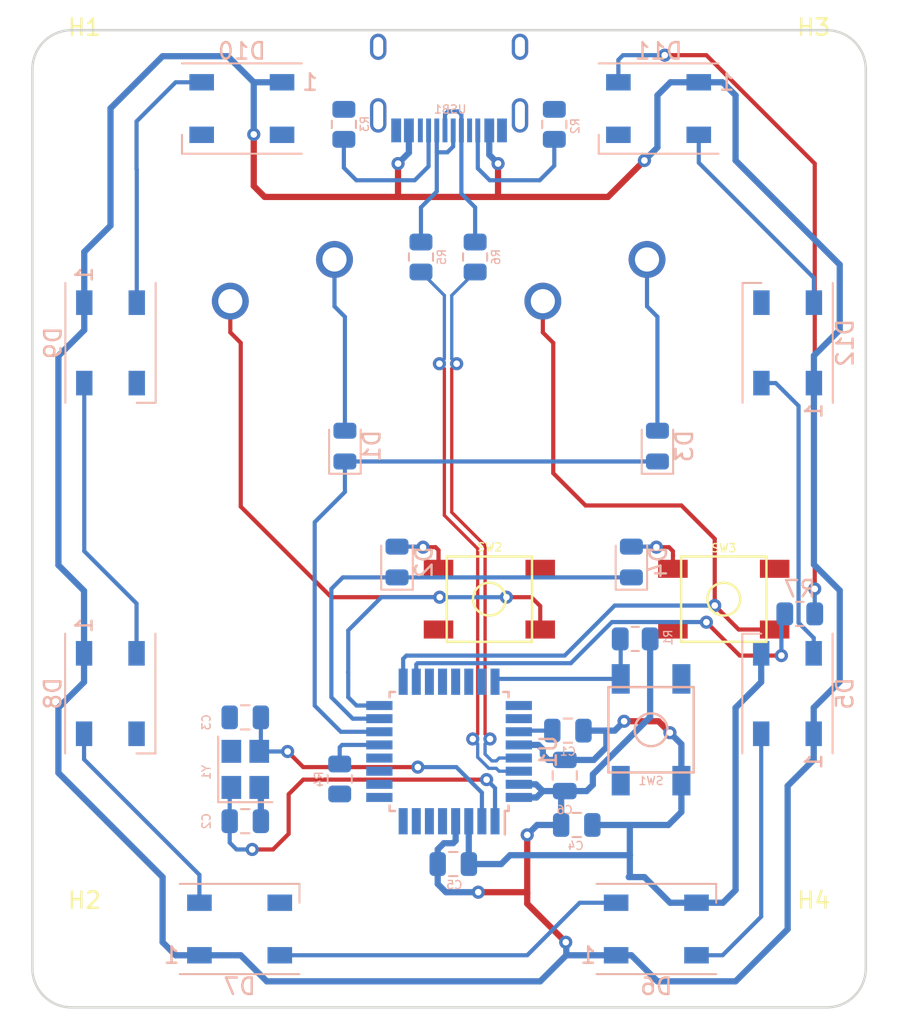
<source format=kicad_pcb>
(kicad_pcb (version 20171130) (host pcbnew "(5.1.10)-1")

  (general
    (thickness 1.6)
    (drawings 8)
    (tracks 341)
    (zones 0)
    (modules 37)
    (nets 49)
  )

  (page A4)
  (layers
    (0 F.Cu signal)
    (31 B.Cu signal)
    (32 B.Adhes user)
    (33 F.Adhes user)
    (34 B.Paste user)
    (35 F.Paste user)
    (36 B.SilkS user)
    (37 F.SilkS user)
    (38 B.Mask user)
    (39 F.Mask user)
    (40 Dwgs.User user)
    (41 Cmts.User user)
    (42 Eco1.User user)
    (43 Eco2.User user)
    (44 Edge.Cuts user)
    (45 Margin user)
    (46 B.CrtYd user)
    (47 F.CrtYd user)
    (48 B.Fab user)
    (49 F.Fab user)
  )

  (setup
    (last_trace_width 0.254)
    (trace_clearance 0.2)
    (zone_clearance 0.508)
    (zone_45_only no)
    (trace_min 0.2)
    (via_size 0.8)
    (via_drill 0.4)
    (via_min_size 0.4)
    (via_min_drill 0.3)
    (uvia_size 0.3)
    (uvia_drill 0.1)
    (uvias_allowed no)
    (uvia_min_size 0.2)
    (uvia_min_drill 0.1)
    (edge_width 0.05)
    (segment_width 0.2)
    (pcb_text_width 0.3)
    (pcb_text_size 1.5 1.5)
    (mod_edge_width 0.12)
    (mod_text_size 1 1)
    (mod_text_width 0.15)
    (pad_size 1.524 1.524)
    (pad_drill 0.762)
    (pad_to_mask_clearance 0)
    (aux_axis_origin 112.7125 94.45625)
    (visible_elements 7FFFFFFF)
    (pcbplotparams
      (layerselection 0x010fc_ffffffff)
      (usegerberextensions false)
      (usegerberattributes true)
      (usegerberadvancedattributes true)
      (creategerberjobfile true)
      (excludeedgelayer true)
      (linewidth 0.100000)
      (plotframeref false)
      (viasonmask false)
      (mode 1)
      (useauxorigin false)
      (hpglpennumber 1)
      (hpglpenspeed 20)
      (hpglpendiameter 15.000000)
      (psnegative false)
      (psa4output false)
      (plotreference true)
      (plotvalue true)
      (plotinvisibletext false)
      (padsonsilk false)
      (subtractmaskfromsilk false)
      (outputformat 1)
      (mirror false)
      (drillshape 1)
      (scaleselection 1)
      (outputdirectory ""))
  )

  (net 0 "")
  (net 1 UCAP)
  (net 2 GND)
  (net 3 XTAL1)
  (net 4 XTAL2)
  (net 5 +5V)
  (net 6 "Net-(D1-Pad2)")
  (net 7 ROW0)
  (net 8 "Net-(D2-Pad2)")
  (net 9 ROW1)
  (net 10 "Net-(D3-Pad2)")
  (net 11 "Net-(D4-Pad2)")
  (net 12 COL0)
  (net 13 COL1)
  (net 14 RESET)
  (net 15 "Net-(R2-Pad1)")
  (net 16 "Net-(R3-Pad1)")
  (net 17 HWB)
  (net 18 "Net-(R5-Pad2)")
  (net 19 D-)
  (net 20 "Net-(R6-Pad2)")
  (net 21 D+)
  (net 22 "Net-(U1-Pad26)")
  (net 23 "Net-(U1-Pad25)")
  (net 24 "Net-(U1-Pad23)")
  (net 25 "Net-(U1-Pad22)")
  (net 26 "Net-(U1-Pad21)")
  (net 27 "Net-(U1-Pad20)")
  (net 28 "Net-(U1-Pad19)")
  (net 29 "Net-(U1-Pad12)")
  (net 30 "Net-(U1-Pad11)")
  (net 31 "Net-(U1-Pad10)")
  (net 32 "Net-(U1-Pad9)")
  (net 33 "Net-(U1-Pad8)")
  (net 34 "Net-(U1-Pad7)")
  (net 35 "Net-(U1-Pad6)")
  (net 36 "Net-(U1-Pad5)")
  (net 37 "Net-(USB1-Pad3)")
  (net 38 "Net-(USB1-Pad9)")
  (net 39 RGB)
  (net 40 "Net-(D5-Pad2)")
  (net 41 "Net-(D6-Pad2)")
  (net 42 "Net-(D7-Pad2)")
  (net 43 "Net-(D8-Pad2)")
  (net 44 "Net-(D10-Pad4)")
  (net 45 "Net-(D10-Pad2)")
  (net 46 "Net-(D11-Pad2)")
  (net 47 "Net-(D12-Pad2)")
  (net 48 "Net-(D11-Pad4)")

  (net_class Default "This is the default net class."
    (clearance 0.2)
    (trace_width 0.254)
    (via_dia 0.8)
    (via_drill 0.4)
    (uvia_dia 0.3)
    (uvia_drill 0.1)
    (add_net COL0)
    (add_net COL1)
    (add_net D+)
    (add_net D-)
    (add_net HWB)
    (add_net "Net-(D1-Pad2)")
    (add_net "Net-(D10-Pad2)")
    (add_net "Net-(D10-Pad4)")
    (add_net "Net-(D11-Pad2)")
    (add_net "Net-(D11-Pad4)")
    (add_net "Net-(D12-Pad2)")
    (add_net "Net-(D2-Pad2)")
    (add_net "Net-(D3-Pad2)")
    (add_net "Net-(D4-Pad2)")
    (add_net "Net-(D5-Pad2)")
    (add_net "Net-(D6-Pad2)")
    (add_net "Net-(D7-Pad2)")
    (add_net "Net-(D8-Pad2)")
    (add_net "Net-(R2-Pad1)")
    (add_net "Net-(R3-Pad1)")
    (add_net "Net-(R5-Pad2)")
    (add_net "Net-(R6-Pad2)")
    (add_net "Net-(U1-Pad10)")
    (add_net "Net-(U1-Pad11)")
    (add_net "Net-(U1-Pad12)")
    (add_net "Net-(U1-Pad19)")
    (add_net "Net-(U1-Pad20)")
    (add_net "Net-(U1-Pad21)")
    (add_net "Net-(U1-Pad22)")
    (add_net "Net-(U1-Pad23)")
    (add_net "Net-(U1-Pad25)")
    (add_net "Net-(U1-Pad26)")
    (add_net "Net-(U1-Pad5)")
    (add_net "Net-(U1-Pad6)")
    (add_net "Net-(U1-Pad7)")
    (add_net "Net-(U1-Pad8)")
    (add_net "Net-(U1-Pad9)")
    (add_net "Net-(USB1-Pad3)")
    (add_net "Net-(USB1-Pad9)")
    (add_net RESET)
    (add_net RGB)
    (add_net ROW0)
    (add_net ROW1)
    (add_net UCAP)
    (add_net XTAL1)
    (add_net XTAL2)
  )

  (net_class Power ""
    (clearance 0.2)
    (trace_width 0.381)
    (via_dia 0.8)
    (via_drill 0.4)
    (uvia_dia 0.3)
    (uvia_drill 0.1)
    (add_net +5V)
    (add_net GND)
  )

  (module Crystal:Crystal_SMD_3225-4Pin_3.2x2.5mm (layer B.Cu) (tedit 5A0FD1B2) (tstamp 60AF4367)
    (at 78.066 83.13275 90)
    (descr "SMD Crystal SERIES SMD3225/4 http://www.txccrystal.com/images/pdf/7m-accuracy.pdf, 3.2x2.5mm^2 package")
    (tags "SMD SMT crystal")
    (path /60B1781C)
    (attr smd)
    (fp_text reference Y1 (at -0.17925 -2.374 90) (layer B.SilkS)
      (effects (font (size 0.5 0.5) (thickness 0.08)) (justify mirror))
    )
    (fp_text value Crystal_GND24_Small (at 0.719 -2.198 270) (layer B.Fab)
      (effects (font (size 0.5 0.5) (thickness 0.08)) (justify mirror))
    )
    (fp_line (start -1.6 1.25) (end -1.6 -1.25) (layer B.Fab) (width 0.1))
    (fp_line (start -1.6 -1.25) (end 1.6 -1.25) (layer B.Fab) (width 0.1))
    (fp_line (start 1.6 -1.25) (end 1.6 1.25) (layer B.Fab) (width 0.1))
    (fp_line (start 1.6 1.25) (end -1.6 1.25) (layer B.Fab) (width 0.1))
    (fp_line (start -1.6 -0.25) (end -0.6 -1.25) (layer B.Fab) (width 0.1))
    (fp_line (start -2 1.65) (end -2 -1.65) (layer B.SilkS) (width 0.12))
    (fp_line (start -2 -1.65) (end 2 -1.65) (layer B.SilkS) (width 0.12))
    (fp_line (start -2.1 1.7) (end -2.1 -1.7) (layer B.CrtYd) (width 0.05))
    (fp_line (start -2.1 -1.7) (end 2.1 -1.7) (layer B.CrtYd) (width 0.05))
    (fp_line (start 2.1 -1.7) (end 2.1 1.7) (layer B.CrtYd) (width 0.05))
    (fp_line (start 2.1 1.7) (end -2.1 1.7) (layer B.CrtYd) (width 0.05))
    (fp_text user %R (at -2.456 -0.039) (layer B.Fab)
      (effects (font (size 0.5 0.5) (thickness 0.08)) (justify mirror))
    )
    (pad 4 smd rect (at -1.1 0.85 90) (size 1.4 1.2) (layers B.Cu B.Paste B.Mask)
      (net 2 GND))
    (pad 3 smd rect (at 1.1 0.85 90) (size 1.4 1.2) (layers B.Cu B.Paste B.Mask)
      (net 4 XTAL2))
    (pad 2 smd rect (at 1.1 -0.85 90) (size 1.4 1.2) (layers B.Cu B.Paste B.Mask)
      (net 2 GND))
    (pad 1 smd rect (at -1.1 -0.85 90) (size 1.4 1.2) (layers B.Cu B.Paste B.Mask)
      (net 3 XTAL1))
    (model ${KISYS3DMOD}/Crystal.3dshapes/Crystal_SMD_3225-4Pin_3.2x2.5mm.wrl
      (at (xyz 0 0 0))
      (scale (xyz 1 1 1))
      (rotate (xyz 0 0 0))
    )
  )

  (module Type-C:HRO-TYPE-C-31-M-12 (layer B.Cu) (tedit 5C42C658) (tstamp 60AEF74D)
    (at 90.4875 36.5125)
    (path /60B4955C)
    (attr smd)
    (fp_text reference USB1 (at 0.0635 6.4135) (layer B.SilkS)
      (effects (font (size 0.5 0.5) (thickness 0.08)) (justify mirror))
    )
    (fp_text value HRO-TYPE-C-31-M-12 (at 0 9.525) (layer Dwgs.User)
      (effects (font (size 0.5 0.5) (thickness 0.08)))
    )
    (fp_line (start -4.47 0) (end 4.47 0) (layer Dwgs.User) (width 0.15))
    (fp_line (start -4.47 0) (end -4.47 7.3) (layer Dwgs.User) (width 0.15))
    (fp_line (start 4.47 0) (end 4.47 7.3) (layer Dwgs.User) (width 0.15))
    (fp_line (start -4.47 7.3) (end 4.47 7.3) (layer Dwgs.User) (width 0.15))
    (pad 12 smd rect (at 3.225 7.695) (size 0.6 1.45) (layers B.Cu B.Paste B.Mask)
      (net 2 GND))
    (pad 1 smd rect (at -3.225 7.695) (size 0.6 1.45) (layers B.Cu B.Paste B.Mask)
      (net 2 GND))
    (pad 11 smd rect (at 2.45 7.695) (size 0.6 1.45) (layers B.Cu B.Paste B.Mask)
      (net 5 +5V))
    (pad 2 smd rect (at -2.45 7.695) (size 0.6 1.45) (layers B.Cu B.Paste B.Mask)
      (net 5 +5V))
    (pad 3 smd rect (at -1.75 7.695) (size 0.3 1.45) (layers B.Cu B.Paste B.Mask)
      (net 37 "Net-(USB1-Pad3)"))
    (pad 10 smd rect (at 1.75 7.695) (size 0.3 1.45) (layers B.Cu B.Paste B.Mask)
      (net 15 "Net-(R2-Pad1)"))
    (pad 4 smd rect (at -1.25 7.695) (size 0.3 1.45) (layers B.Cu B.Paste B.Mask)
      (net 16 "Net-(R3-Pad1)"))
    (pad 9 smd rect (at 1.25 7.695) (size 0.3 1.45) (layers B.Cu B.Paste B.Mask)
      (net 38 "Net-(USB1-Pad9)"))
    (pad 5 smd rect (at -0.75 7.695) (size 0.3 1.45) (layers B.Cu B.Paste B.Mask)
      (net 18 "Net-(R5-Pad2)"))
    (pad 8 smd rect (at 0.75 7.695) (size 0.3 1.45) (layers B.Cu B.Paste B.Mask)
      (net 20 "Net-(R6-Pad2)"))
    (pad 7 smd rect (at 0.25 7.695) (size 0.3 1.45) (layers B.Cu B.Paste B.Mask)
      (net 18 "Net-(R5-Pad2)"))
    (pad 6 smd rect (at -0.25 7.695) (size 0.3 1.45) (layers B.Cu B.Paste B.Mask)
      (net 20 "Net-(R6-Pad2)"))
    (pad "" np_thru_hole circle (at 2.89 6.25) (size 0.65 0.65) (drill 0.65) (layers *.Cu *.Mask))
    (pad "" np_thru_hole circle (at -2.89 6.25) (size 0.65 0.65) (drill 0.65) (layers *.Cu *.Mask))
    (pad 13 thru_hole oval (at -4.32 6.78) (size 1 2.1) (drill oval 0.6 1.7) (layers *.Cu F.Mask)
      (net 2 GND))
    (pad 13 thru_hole oval (at 4.32 6.78) (size 1 2.1) (drill oval 0.6 1.7) (layers *.Cu F.Mask)
      (net 2 GND))
    (pad 13 thru_hole oval (at -4.32 2.6) (size 1 1.6) (drill oval 0.6 1.2) (layers *.Cu F.Mask)
      (net 2 GND))
    (pad 13 thru_hole oval (at 4.32 2.6) (size 1 1.6) (drill oval 0.6 1.2) (layers *.Cu F.Mask)
      (net 2 GND))
  )

  (module Package_QFP:TQFP-32_7x7mm_P0.8mm (layer B.Cu) (tedit 5A02F146) (tstamp 60AEF733)
    (at 90.4875 82.042 90)
    (descr "32-Lead Plastic Thin Quad Flatpack (PT) - 7x7x1.0 mm Body, 2.00 mm [TQFP] (see Microchip Packaging Specification 00000049BS.pdf)")
    (tags "QFP 0.8")
    (path /60AD7C65)
    (attr smd)
    (fp_text reference U1 (at 0 6.05 90) (layer B.SilkS)
      (effects (font (size 1 1) (thickness 0.15)) (justify mirror))
    )
    (fp_text value ATmega32U2-AU (at 0 -6.05 90) (layer B.Fab)
      (effects (font (size 1 1) (thickness 0.15)) (justify mirror))
    )
    (fp_line (start -3.625 3.4) (end -5.05 3.4) (layer B.SilkS) (width 0.15))
    (fp_line (start 3.625 3.625) (end 3.3 3.625) (layer B.SilkS) (width 0.15))
    (fp_line (start 3.625 -3.625) (end 3.3 -3.625) (layer B.SilkS) (width 0.15))
    (fp_line (start -3.625 -3.625) (end -3.3 -3.625) (layer B.SilkS) (width 0.15))
    (fp_line (start -3.625 3.625) (end -3.3 3.625) (layer B.SilkS) (width 0.15))
    (fp_line (start -3.625 -3.625) (end -3.625 -3.3) (layer B.SilkS) (width 0.15))
    (fp_line (start 3.625 -3.625) (end 3.625 -3.3) (layer B.SilkS) (width 0.15))
    (fp_line (start 3.625 3.625) (end 3.625 3.3) (layer B.SilkS) (width 0.15))
    (fp_line (start -3.625 3.625) (end -3.625 3.4) (layer B.SilkS) (width 0.15))
    (fp_line (start -5.3 -5.3) (end 5.3 -5.3) (layer B.CrtYd) (width 0.05))
    (fp_line (start -5.3 5.3) (end 5.3 5.3) (layer B.CrtYd) (width 0.05))
    (fp_line (start 5.3 5.3) (end 5.3 -5.3) (layer B.CrtYd) (width 0.05))
    (fp_line (start -5.3 5.3) (end -5.3 -5.3) (layer B.CrtYd) (width 0.05))
    (fp_line (start -3.5 2.5) (end -2.5 3.5) (layer B.Fab) (width 0.15))
    (fp_line (start -3.5 -3.5) (end -3.5 2.5) (layer B.Fab) (width 0.15))
    (fp_line (start 3.5 -3.5) (end -3.5 -3.5) (layer B.Fab) (width 0.15))
    (fp_line (start 3.5 3.5) (end 3.5 -3.5) (layer B.Fab) (width 0.15))
    (fp_line (start -2.5 3.5) (end 3.5 3.5) (layer B.Fab) (width 0.15))
    (fp_text user %R (at 0 0 90) (layer B.Fab)
      (effects (font (size 1 1) (thickness 0.15)) (justify mirror))
    )
    (pad 32 smd rect (at -2.8 4.25) (size 1.6 0.55) (layers B.Cu B.Paste B.Mask)
      (net 5 +5V))
    (pad 31 smd rect (at -2 4.25) (size 1.6 0.55) (layers B.Cu B.Paste B.Mask)
      (net 5 +5V))
    (pad 30 smd rect (at -1.2 4.25) (size 1.6 0.55) (layers B.Cu B.Paste B.Mask)
      (net 19 D-))
    (pad 29 smd rect (at -0.4 4.25) (size 1.6 0.55) (layers B.Cu B.Paste B.Mask)
      (net 21 D+))
    (pad 28 smd rect (at 0.4 4.25) (size 1.6 0.55) (layers B.Cu B.Paste B.Mask)
      (net 2 GND))
    (pad 27 smd rect (at 1.2 4.25) (size 1.6 0.55) (layers B.Cu B.Paste B.Mask)
      (net 1 UCAP))
    (pad 26 smd rect (at 2 4.25) (size 1.6 0.55) (layers B.Cu B.Paste B.Mask)
      (net 22 "Net-(U1-Pad26)"))
    (pad 25 smd rect (at 2.8 4.25) (size 1.6 0.55) (layers B.Cu B.Paste B.Mask)
      (net 23 "Net-(U1-Pad25)"))
    (pad 24 smd rect (at 4.25 2.8 90) (size 1.6 0.55) (layers B.Cu B.Paste B.Mask)
      (net 14 RESET))
    (pad 23 smd rect (at 4.25 2 90) (size 1.6 0.55) (layers B.Cu B.Paste B.Mask)
      (net 24 "Net-(U1-Pad23)"))
    (pad 22 smd rect (at 4.25 1.2 90) (size 1.6 0.55) (layers B.Cu B.Paste B.Mask)
      (net 25 "Net-(U1-Pad22)"))
    (pad 21 smd rect (at 4.25 0.4 90) (size 1.6 0.55) (layers B.Cu B.Paste B.Mask)
      (net 26 "Net-(U1-Pad21)"))
    (pad 20 smd rect (at 4.25 -0.4 90) (size 1.6 0.55) (layers B.Cu B.Paste B.Mask)
      (net 27 "Net-(U1-Pad20)"))
    (pad 19 smd rect (at 4.25 -1.2 90) (size 1.6 0.55) (layers B.Cu B.Paste B.Mask)
      (net 28 "Net-(U1-Pad19)"))
    (pad 18 smd rect (at 4.25 -2 90) (size 1.6 0.55) (layers B.Cu B.Paste B.Mask)
      (net 39 RGB))
    (pad 17 smd rect (at 4.25 -2.8 90) (size 1.6 0.55) (layers B.Cu B.Paste B.Mask)
      (net 13 COL1))
    (pad 16 smd rect (at 2.8 -4.25) (size 1.6 0.55) (layers B.Cu B.Paste B.Mask)
      (net 12 COL0))
    (pad 15 smd rect (at 2 -4.25) (size 1.6 0.55) (layers B.Cu B.Paste B.Mask)
      (net 9 ROW1))
    (pad 14 smd rect (at 1.2 -4.25) (size 1.6 0.55) (layers B.Cu B.Paste B.Mask)
      (net 7 ROW0))
    (pad 13 smd rect (at 0.4 -4.25) (size 1.6 0.55) (layers B.Cu B.Paste B.Mask)
      (net 17 HWB))
    (pad 12 smd rect (at -0.4 -4.25) (size 1.6 0.55) (layers B.Cu B.Paste B.Mask)
      (net 29 "Net-(U1-Pad12)"))
    (pad 11 smd rect (at -1.2 -4.25) (size 1.6 0.55) (layers B.Cu B.Paste B.Mask)
      (net 30 "Net-(U1-Pad11)"))
    (pad 10 smd rect (at -2 -4.25) (size 1.6 0.55) (layers B.Cu B.Paste B.Mask)
      (net 31 "Net-(U1-Pad10)"))
    (pad 9 smd rect (at -2.8 -4.25) (size 1.6 0.55) (layers B.Cu B.Paste B.Mask)
      (net 32 "Net-(U1-Pad9)"))
    (pad 8 smd rect (at -4.25 -2.8 90) (size 1.6 0.55) (layers B.Cu B.Paste B.Mask)
      (net 33 "Net-(U1-Pad8)"))
    (pad 7 smd rect (at -4.25 -2 90) (size 1.6 0.55) (layers B.Cu B.Paste B.Mask)
      (net 34 "Net-(U1-Pad7)"))
    (pad 6 smd rect (at -4.25 -1.2 90) (size 1.6 0.55) (layers B.Cu B.Paste B.Mask)
      (net 35 "Net-(U1-Pad6)"))
    (pad 5 smd rect (at -4.25 -0.4 90) (size 1.6 0.55) (layers B.Cu B.Paste B.Mask)
      (net 36 "Net-(U1-Pad5)"))
    (pad 4 smd rect (at -4.25 0.4 90) (size 1.6 0.55) (layers B.Cu B.Paste B.Mask)
      (net 5 +5V))
    (pad 3 smd rect (at -4.25 1.2 90) (size 1.6 0.55) (layers B.Cu B.Paste B.Mask)
      (net 2 GND))
    (pad 2 smd rect (at -4.25 2 90) (size 1.6 0.55) (layers B.Cu B.Paste B.Mask)
      (net 4 XTAL2))
    (pad 1 smd rect (at -4.25 2.8 90) (size 1.6 0.55) (layers B.Cu B.Paste B.Mask)
      (net 3 XTAL1))
    (model ${KISYS3DMOD}/Package_QFP.3dshapes/TQFP-32_7x7mm_P0.8mm.wrl
      (at (xyz 0 0 0))
      (scale (xyz 1 1 1))
      (rotate (xyz 0 0 0))
    )
  )

  (module Capacitor_SMD:C_0805_2012Metric (layer B.Cu) (tedit 5F68FEEE) (tstamp 60AEF546)
    (at 98.26875 86.51875)
    (descr "Capacitor SMD 0805 (2012 Metric), square (rectangular) end terminal, IPC_7351 nominal, (Body size source: IPC-SM-782 page 76, https://www.pcb-3d.com/wordpress/wp-content/uploads/ipc-sm-782a_amendment_1_and_2.pdf, https://docs.google.com/spreadsheets/d/1BsfQQcO9C6DZCsRaXUlFlo91Tg2WpOkGARC1WS5S8t0/edit?usp=sharing), generated with kicad-footprint-generator")
    (tags capacitor)
    (path /60B06967)
    (attr smd)
    (fp_text reference C4 (at -0.066 1.27) (layer B.SilkS)
      (effects (font (size 0.5 0.5) (thickness 0.08)) (justify mirror))
    )
    (fp_text value 10u (at 0 -1.27) (layer B.Fab)
      (effects (font (size 0.5 0.5) (thickness 0.08)) (justify mirror))
    )
    (fp_line (start 1.7 -0.98) (end -1.7 -0.98) (layer B.CrtYd) (width 0.05))
    (fp_line (start 1.7 0.98) (end 1.7 -0.98) (layer B.CrtYd) (width 0.05))
    (fp_line (start -1.7 0.98) (end 1.7 0.98) (layer B.CrtYd) (width 0.05))
    (fp_line (start -1.7 -0.98) (end -1.7 0.98) (layer B.CrtYd) (width 0.05))
    (fp_line (start -0.261252 -0.735) (end 0.261252 -0.735) (layer B.SilkS) (width 0.12))
    (fp_line (start -0.261252 0.735) (end 0.261252 0.735) (layer B.SilkS) (width 0.12))
    (fp_line (start 1 -0.625) (end -1 -0.625) (layer B.Fab) (width 0.1))
    (fp_line (start 1 0.625) (end 1 -0.625) (layer B.Fab) (width 0.1))
    (fp_line (start -1 0.625) (end 1 0.625) (layer B.Fab) (width 0.1))
    (fp_line (start -1 -0.625) (end -1 0.625) (layer B.Fab) (width 0.1))
    (fp_text user %R (at -0.066 1.27) (layer B.Fab)
      (effects (font (size 0.5 0.5) (thickness 0.08)) (justify mirror))
    )
    (pad 2 smd roundrect (at 0.95 0) (size 1 1.45) (layers B.Cu B.Paste B.Mask) (roundrect_rratio 0.25)
      (net 2 GND))
    (pad 1 smd roundrect (at -0.95 0) (size 1 1.45) (layers B.Cu B.Paste B.Mask) (roundrect_rratio 0.25)
      (net 5 +5V))
    (model ${KISYS3DMOD}/Capacitor_SMD.3dshapes/C_0805_2012Metric.wrl
      (at (xyz 0 0 0))
      (scale (xyz 1 1 1))
      (rotate (xyz 0 0 0))
    )
  )

  (module random-keyboard-parts:SKQG-1155865 (layer B.Cu) (tedit 5E62B398) (tstamp 60AEF6A0)
    (at 102.798 80.72 90)
    (path /60AF334E)
    (attr smd)
    (fp_text reference SW1 (at -3.1115 0 180) (layer B.SilkS)
      (effects (font (size 0.5 0.5) (thickness 0.08)) (justify mirror))
    )
    (fp_text value SW_Push (at 0 3.048 270) (layer B.Fab)
      (effects (font (size 0.5 0.5) (thickness 0.08)) (justify mirror))
    )
    (fp_line (start -2.6 2.6) (end 2.6 2.6) (layer B.SilkS) (width 0.15))
    (fp_line (start 2.6 2.6) (end 2.6 -2.6) (layer B.SilkS) (width 0.15))
    (fp_line (start 2.6 -2.6) (end -2.6 -2.6) (layer B.SilkS) (width 0.15))
    (fp_line (start -2.6 -2.6) (end -2.6 2.6) (layer B.SilkS) (width 0.15))
    (fp_circle (center 0 0) (end 1 0) (layer B.SilkS) (width 0.15))
    (fp_line (start -4.2 2.6) (end 4.2 2.6) (layer B.Fab) (width 0.15))
    (fp_line (start 4.2 2.6) (end 4.2 1.2) (layer B.Fab) (width 0.15))
    (fp_line (start 4.2 1.1) (end 2.6 1.1) (layer B.Fab) (width 0.15))
    (fp_line (start 2.6 1.1) (end 2.6 -1.1) (layer B.Fab) (width 0.15))
    (fp_line (start 2.6 -1.1) (end 4.2 -1.1) (layer B.Fab) (width 0.15))
    (fp_line (start 4.2 -1.1) (end 4.2 -2.6) (layer B.Fab) (width 0.15))
    (fp_line (start 4.2 -2.6) (end -4.2 -2.6) (layer B.Fab) (width 0.15))
    (fp_line (start -4.2 -2.6) (end -4.2 -1.1) (layer B.Fab) (width 0.15))
    (fp_line (start -4.2 -1.1) (end -2.6 -1.1) (layer B.Fab) (width 0.15))
    (fp_line (start -2.6 -1.1) (end -2.6 1.1) (layer B.Fab) (width 0.15))
    (fp_line (start -2.6 1.1) (end -4.2 1.1) (layer B.Fab) (width 0.15))
    (fp_line (start -4.2 1.1) (end -4.2 2.6) (layer B.Fab) (width 0.15))
    (fp_circle (center 0 0) (end 1 0) (layer B.Fab) (width 0.15))
    (fp_line (start -2.6 1.1) (end -1.1 2.6) (layer B.Fab) (width 0.15))
    (fp_line (start 2.6 1.1) (end 1.1 2.6) (layer B.Fab) (width 0.15))
    (fp_line (start 2.6 -1.1) (end 1.1 -2.6) (layer B.Fab) (width 0.15))
    (fp_line (start -2.6 -1.1) (end -1.1 -2.6) (layer B.Fab) (width 0.15))
    (pad 4 smd rect (at -3.1 -1.85 90) (size 1.8 1.1) (layers B.Cu B.Paste B.Mask))
    (pad 3 smd rect (at 3.1 1.85 90) (size 1.8 1.1) (layers B.Cu B.Paste B.Mask))
    (pad 2 smd rect (at -3.1 1.85 90) (size 1.8 1.1) (layers B.Cu B.Paste B.Mask)
      (net 2 GND))
    (pad 1 smd rect (at 3.1 -1.85 90) (size 1.8 1.1) (layers B.Cu B.Paste B.Mask)
      (net 14 RESET))
    (model ${KISYS3DMOD}/Button_Switch_SMD.3dshapes/SW_SPST_TL3342.step
      (at (xyz 0 0 0))
      (scale (xyz 1 1 1))
      (rotate (xyz 0 0 0))
    )
  )

  (module MX_Only:MXOnly-1U-NoLED (layer F.Cu) (tedit 5BD3C6C7) (tstamp 60AEF61C)
    (at 100.0125 57.15)
    (path /60B933E0)
    (fp_text reference MX2 (at 0 3.175) (layer Dwgs.User)
      (effects (font (size 1 1) (thickness 0.15)))
    )
    (fp_text value MX-NoLED (at 0 -7.9375) (layer Dwgs.User)
      (effects (font (size 1 1) (thickness 0.15)))
    )
    (fp_line (start -9.525 9.525) (end -9.525 -9.525) (layer Dwgs.User) (width 0.15))
    (fp_line (start 9.525 9.525) (end -9.525 9.525) (layer Dwgs.User) (width 0.15))
    (fp_line (start 9.525 -9.525) (end 9.525 9.525) (layer Dwgs.User) (width 0.15))
    (fp_line (start -9.525 -9.525) (end 9.525 -9.525) (layer Dwgs.User) (width 0.15))
    (fp_line (start -7 -7) (end -7 -5) (layer Dwgs.User) (width 0.15))
    (fp_line (start -5 -7) (end -7 -7) (layer Dwgs.User) (width 0.15))
    (fp_line (start -7 7) (end -5 7) (layer Dwgs.User) (width 0.15))
    (fp_line (start -7 5) (end -7 7) (layer Dwgs.User) (width 0.15))
    (fp_line (start 7 7) (end 7 5) (layer Dwgs.User) (width 0.15))
    (fp_line (start 5 7) (end 7 7) (layer Dwgs.User) (width 0.15))
    (fp_line (start 7 -7) (end 7 -5) (layer Dwgs.User) (width 0.15))
    (fp_line (start 5 -7) (end 7 -7) (layer Dwgs.User) (width 0.15))
    (pad 2 thru_hole circle (at 2.54 -5.08) (size 2.25 2.25) (drill 1.47) (layers *.Cu B.Mask)
      (net 10 "Net-(D3-Pad2)"))
    (pad "" np_thru_hole circle (at 0 0) (size 3.9878 3.9878) (drill 3.9878) (layers *.Cu *.Mask))
    (pad 1 thru_hole circle (at -3.81 -2.54) (size 2.25 2.25) (drill 1.47) (layers *.Cu B.Mask)
      (net 13 COL1))
    (pad "" np_thru_hole circle (at -5.08 0 48.0996) (size 1.75 1.75) (drill 1.75) (layers *.Cu *.Mask))
    (pad "" np_thru_hole circle (at 5.08 0 48.0996) (size 1.75 1.75) (drill 1.75) (layers *.Cu *.Mask))
  )

  (module MountingHole:MountingHole_2.7mm_M2.5_DIN965 (layer F.Cu) (tedit 56D1B4CB) (tstamp 60B4198B)
    (at 112.7125 94.45625)
    (descr "Mounting Hole 2.7mm, no annular, M2.5, DIN965")
    (tags "mounting hole 2.7mm no annular m2.5 din965")
    (path /60C666DA)
    (attr virtual)
    (fp_text reference H4 (at 0 -3.35) (layer F.SilkS)
      (effects (font (size 1 1) (thickness 0.15)))
    )
    (fp_text value MountingHole (at 0 3.35) (layer F.Fab)
      (effects (font (size 1 1) (thickness 0.15)))
    )
    (fp_circle (center 0 0) (end 2.35 0) (layer Cmts.User) (width 0.15))
    (fp_circle (center 0 0) (end 2.6 0) (layer F.CrtYd) (width 0.05))
    (fp_text user %R (at 0.3 0) (layer F.Fab)
      (effects (font (size 1 1) (thickness 0.15)))
    )
    (pad 1 np_thru_hole circle (at 0 0) (size 2.7 2.7) (drill 2.7) (layers *.Cu *.Mask))
  )

  (module MountingHole:MountingHole_2.7mm_M2.5_DIN965 (layer F.Cu) (tedit 56D1B4CB) (tstamp 60B41983)
    (at 112.7125 41.275)
    (descr "Mounting Hole 2.7mm, no annular, M2.5, DIN965")
    (tags "mounting hole 2.7mm no annular m2.5 din965")
    (path /60C662A2)
    (attr virtual)
    (fp_text reference H3 (at 0 -3.35) (layer F.SilkS)
      (effects (font (size 1 1) (thickness 0.15)))
    )
    (fp_text value MountingHole (at 0 3.35) (layer F.Fab)
      (effects (font (size 1 1) (thickness 0.15)))
    )
    (fp_circle (center 0 0) (end 2.35 0) (layer Cmts.User) (width 0.15))
    (fp_circle (center 0 0) (end 2.6 0) (layer F.CrtYd) (width 0.05))
    (fp_text user %R (at 0.3 0) (layer F.Fab)
      (effects (font (size 1 1) (thickness 0.15)))
    )
    (pad 1 np_thru_hole circle (at 0 0) (size 2.7 2.7) (drill 2.7) (layers *.Cu *.Mask))
  )

  (module MountingHole:MountingHole_2.7mm_M2.5_DIN965 (layer F.Cu) (tedit 56D1B4CB) (tstamp 60B4197B)
    (at 68.2625 94.45625)
    (descr "Mounting Hole 2.7mm, no annular, M2.5, DIN965")
    (tags "mounting hole 2.7mm no annular m2.5 din965")
    (path /60C657BF)
    (attr virtual)
    (fp_text reference H2 (at 0 -3.35) (layer F.SilkS)
      (effects (font (size 1 1) (thickness 0.15)))
    )
    (fp_text value MountingHole (at 0 3.35) (layer F.Fab)
      (effects (font (size 1 1) (thickness 0.15)))
    )
    (fp_circle (center 0 0) (end 2.35 0) (layer Cmts.User) (width 0.15))
    (fp_circle (center 0 0) (end 2.6 0) (layer F.CrtYd) (width 0.05))
    (fp_text user %R (at 0.3 0) (layer F.Fab)
      (effects (font (size 1 1) (thickness 0.15)))
    )
    (pad 1 np_thru_hole circle (at 0 0) (size 2.7 2.7) (drill 2.7) (layers *.Cu *.Mask))
  )

  (module MountingHole:MountingHole_2.7mm_M2.5_DIN965 (layer F.Cu) (tedit 56D1B4CB) (tstamp 60B41973)
    (at 68.2625 41.275)
    (descr "Mounting Hole 2.7mm, no annular, M2.5, DIN965")
    (tags "mounting hole 2.7mm no annular m2.5 din965")
    (path /60C64F44)
    (attr virtual)
    (fp_text reference H1 (at 0 -3.35) (layer F.SilkS)
      (effects (font (size 1 1) (thickness 0.15)))
    )
    (fp_text value MountingHole (at 0 3.35) (layer F.Fab)
      (effects (font (size 1 1) (thickness 0.15)))
    )
    (fp_circle (center 0 0) (end 2.35 0) (layer Cmts.User) (width 0.15))
    (fp_circle (center 0 0) (end 2.6 0) (layer F.CrtYd) (width 0.05))
    (fp_text user %R (at 0.3 0) (layer F.Fab)
      (effects (font (size 1 1) (thickness 0.15)))
    )
    (pad 1 np_thru_hole circle (at 0 0) (size 2.7 2.7) (drill 2.7) (layers *.Cu *.Mask))
  )

  (module Diode_SMD:D_0805_2012Metric (layer B.Cu) (tedit 5F68FEF0) (tstamp 60AEF5DD)
    (at 101.6 70.5 90)
    (descr "Diode SMD 0805 (2012 Metric), square (rectangular) end terminal, IPC_7351 nominal, (Body size source: https://docs.google.com/spreadsheets/d/1BsfQQcO9C6DZCsRaXUlFlo91Tg2WpOkGARC1WS5S8t0/edit?usp=sharing), generated with kicad-footprint-generator")
    (tags diode)
    (path /60BC7B2B)
    (attr smd)
    (fp_text reference D4 (at 0 1.65 90) (layer B.SilkS)
      (effects (font (size 1 1) (thickness 0.15)) (justify mirror))
    )
    (fp_text value D_Small (at 0 -1.65 90) (layer B.Fab)
      (effects (font (size 1 1) (thickness 0.15)) (justify mirror))
    )
    (fp_line (start 1 0.6) (end -0.7 0.6) (layer B.Fab) (width 0.1))
    (fp_line (start -0.7 0.6) (end -1 0.3) (layer B.Fab) (width 0.1))
    (fp_line (start -1 0.3) (end -1 -0.6) (layer B.Fab) (width 0.1))
    (fp_line (start -1 -0.6) (end 1 -0.6) (layer B.Fab) (width 0.1))
    (fp_line (start 1 -0.6) (end 1 0.6) (layer B.Fab) (width 0.1))
    (fp_line (start 1 0.96) (end -1.685 0.96) (layer B.SilkS) (width 0.12))
    (fp_line (start -1.685 0.96) (end -1.685 -0.96) (layer B.SilkS) (width 0.12))
    (fp_line (start -1.685 -0.96) (end 1 -0.96) (layer B.SilkS) (width 0.12))
    (fp_line (start -1.68 -0.95) (end -1.68 0.95) (layer B.CrtYd) (width 0.05))
    (fp_line (start -1.68 0.95) (end 1.68 0.95) (layer B.CrtYd) (width 0.05))
    (fp_line (start 1.68 0.95) (end 1.68 -0.95) (layer B.CrtYd) (width 0.05))
    (fp_line (start 1.68 -0.95) (end -1.68 -0.95) (layer B.CrtYd) (width 0.05))
    (fp_text user %R (at 0 0 90) (layer B.Fab)
      (effects (font (size 0.5 0.5) (thickness 0.08)) (justify mirror))
    )
    (pad 2 smd roundrect (at 0.9375 0 90) (size 0.975 1.4) (layers B.Cu B.Paste B.Mask) (roundrect_rratio 0.25)
      (net 11 "Net-(D4-Pad2)"))
    (pad 1 smd roundrect (at -0.9375 0 90) (size 0.975 1.4) (layers B.Cu B.Paste B.Mask) (roundrect_rratio 0.25)
      (net 9 ROW1))
    (model ${KISYS3DMOD}/Diode_SMD.3dshapes/D_0805_2012Metric.wrl
      (at (xyz 0 0 0))
      (scale (xyz 1 1 1))
      (rotate (xyz 0 0 0))
    )
  )

  (module Diode_SMD:D_0805_2012Metric (layer B.Cu) (tedit 5F68FEF0) (tstamp 60AEF5C4)
    (at 103.1875 63.4375 90)
    (descr "Diode SMD 0805 (2012 Metric), square (rectangular) end terminal, IPC_7351 nominal, (Body size source: https://docs.google.com/spreadsheets/d/1BsfQQcO9C6DZCsRaXUlFlo91Tg2WpOkGARC1WS5S8t0/edit?usp=sharing), generated with kicad-footprint-generator")
    (tags diode)
    (path /60B97757)
    (attr smd)
    (fp_text reference D3 (at 0 1.65 90) (layer B.SilkS)
      (effects (font (size 1 1) (thickness 0.15)) (justify mirror))
    )
    (fp_text value D_Small (at 0 -1.65 90) (layer B.Fab)
      (effects (font (size 1 1) (thickness 0.15)) (justify mirror))
    )
    (fp_line (start 1 0.6) (end -0.7 0.6) (layer B.Fab) (width 0.1))
    (fp_line (start -0.7 0.6) (end -1 0.3) (layer B.Fab) (width 0.1))
    (fp_line (start -1 0.3) (end -1 -0.6) (layer B.Fab) (width 0.1))
    (fp_line (start -1 -0.6) (end 1 -0.6) (layer B.Fab) (width 0.1))
    (fp_line (start 1 -0.6) (end 1 0.6) (layer B.Fab) (width 0.1))
    (fp_line (start 1 0.96) (end -1.685 0.96) (layer B.SilkS) (width 0.12))
    (fp_line (start -1.685 0.96) (end -1.685 -0.96) (layer B.SilkS) (width 0.12))
    (fp_line (start -1.685 -0.96) (end 1 -0.96) (layer B.SilkS) (width 0.12))
    (fp_line (start -1.68 -0.95) (end -1.68 0.95) (layer B.CrtYd) (width 0.05))
    (fp_line (start -1.68 0.95) (end 1.68 0.95) (layer B.CrtYd) (width 0.05))
    (fp_line (start 1.68 0.95) (end 1.68 -0.95) (layer B.CrtYd) (width 0.05))
    (fp_line (start 1.68 -0.95) (end -1.68 -0.95) (layer B.CrtYd) (width 0.05))
    (fp_text user %R (at 0 0 90) (layer B.Fab)
      (effects (font (size 0.5 0.5) (thickness 0.08)) (justify mirror))
    )
    (pad 2 smd roundrect (at 0.9375 0 90) (size 0.975 1.4) (layers B.Cu B.Paste B.Mask) (roundrect_rratio 0.25)
      (net 10 "Net-(D3-Pad2)"))
    (pad 1 smd roundrect (at -0.9375 0 90) (size 0.975 1.4) (layers B.Cu B.Paste B.Mask) (roundrect_rratio 0.25)
      (net 7 ROW0))
    (model ${KISYS3DMOD}/Diode_SMD.3dshapes/D_0805_2012Metric.wrl
      (at (xyz 0 0 0))
      (scale (xyz 1 1 1))
      (rotate (xyz 0 0 0))
    )
  )

  (module Diode_SMD:D_0805_2012Metric (layer B.Cu) (tedit 5F68FEF0) (tstamp 60AF4B33)
    (at 87.3125 70.5 90)
    (descr "Diode SMD 0805 (2012 Metric), square (rectangular) end terminal, IPC_7351 nominal, (Body size source: https://docs.google.com/spreadsheets/d/1BsfQQcO9C6DZCsRaXUlFlo91Tg2WpOkGARC1WS5S8t0/edit?usp=sharing), generated with kicad-footprint-generator")
    (tags diode)
    (path /60BC6DAA)
    (attr smd)
    (fp_text reference D2 (at 0 1.65 90) (layer B.SilkS)
      (effects (font (size 1 1) (thickness 0.15)) (justify mirror))
    )
    (fp_text value D_Small (at 0 -1.65 90) (layer B.Fab)
      (effects (font (size 1 1) (thickness 0.15)) (justify mirror))
    )
    (fp_line (start 1 0.6) (end -0.7 0.6) (layer B.Fab) (width 0.1))
    (fp_line (start -0.7 0.6) (end -1 0.3) (layer B.Fab) (width 0.1))
    (fp_line (start -1 0.3) (end -1 -0.6) (layer B.Fab) (width 0.1))
    (fp_line (start -1 -0.6) (end 1 -0.6) (layer B.Fab) (width 0.1))
    (fp_line (start 1 -0.6) (end 1 0.6) (layer B.Fab) (width 0.1))
    (fp_line (start 1 0.96) (end -1.685 0.96) (layer B.SilkS) (width 0.12))
    (fp_line (start -1.685 0.96) (end -1.685 -0.96) (layer B.SilkS) (width 0.12))
    (fp_line (start -1.685 -0.96) (end 1 -0.96) (layer B.SilkS) (width 0.12))
    (fp_line (start -1.68 -0.95) (end -1.68 0.95) (layer B.CrtYd) (width 0.05))
    (fp_line (start -1.68 0.95) (end 1.68 0.95) (layer B.CrtYd) (width 0.05))
    (fp_line (start 1.68 0.95) (end 1.68 -0.95) (layer B.CrtYd) (width 0.05))
    (fp_line (start 1.68 -0.95) (end -1.68 -0.95) (layer B.CrtYd) (width 0.05))
    (fp_text user %R (at 0 0 90) (layer B.Fab)
      (effects (font (size 0.5 0.5) (thickness 0.08)) (justify mirror))
    )
    (pad 2 smd roundrect (at 0.9375 0 90) (size 0.975 1.4) (layers B.Cu B.Paste B.Mask) (roundrect_rratio 0.25)
      (net 8 "Net-(D2-Pad2)"))
    (pad 1 smd roundrect (at -0.9375 0 90) (size 0.975 1.4) (layers B.Cu B.Paste B.Mask) (roundrect_rratio 0.25)
      (net 9 ROW1))
    (model ${KISYS3DMOD}/Diode_SMD.3dshapes/D_0805_2012Metric.wrl
      (at (xyz 0 0 0))
      (scale (xyz 1 1 1))
      (rotate (xyz 0 0 0))
    )
  )

  (module Diode_SMD:D_0805_2012Metric (layer B.Cu) (tedit 5F68FEF0) (tstamp 60AEF592)
    (at 84.1375 63.4375 90)
    (descr "Diode SMD 0805 (2012 Metric), square (rectangular) end terminal, IPC_7351 nominal, (Body size source: https://docs.google.com/spreadsheets/d/1BsfQQcO9C6DZCsRaXUlFlo91Tg2WpOkGARC1WS5S8t0/edit?usp=sharing), generated with kicad-footprint-generator")
    (tags diode)
    (path /60B94240)
    (attr smd)
    (fp_text reference D1 (at 0 1.65 90) (layer B.SilkS)
      (effects (font (size 1 1) (thickness 0.15)) (justify mirror))
    )
    (fp_text value D_Small (at 0 -1.65 90) (layer B.Fab)
      (effects (font (size 1 1) (thickness 0.15)) (justify mirror))
    )
    (fp_line (start 1 0.6) (end -0.7 0.6) (layer B.Fab) (width 0.1))
    (fp_line (start -0.7 0.6) (end -1 0.3) (layer B.Fab) (width 0.1))
    (fp_line (start -1 0.3) (end -1 -0.6) (layer B.Fab) (width 0.1))
    (fp_line (start -1 -0.6) (end 1 -0.6) (layer B.Fab) (width 0.1))
    (fp_line (start 1 -0.6) (end 1 0.6) (layer B.Fab) (width 0.1))
    (fp_line (start 1 0.96) (end -1.685 0.96) (layer B.SilkS) (width 0.12))
    (fp_line (start -1.685 0.96) (end -1.685 -0.96) (layer B.SilkS) (width 0.12))
    (fp_line (start -1.685 -0.96) (end 1 -0.96) (layer B.SilkS) (width 0.12))
    (fp_line (start -1.68 -0.95) (end -1.68 0.95) (layer B.CrtYd) (width 0.05))
    (fp_line (start -1.68 0.95) (end 1.68 0.95) (layer B.CrtYd) (width 0.05))
    (fp_line (start 1.68 0.95) (end 1.68 -0.95) (layer B.CrtYd) (width 0.05))
    (fp_line (start 1.68 -0.95) (end -1.68 -0.95) (layer B.CrtYd) (width 0.05))
    (fp_text user %R (at 0 0 90) (layer B.Fab)
      (effects (font (size 0.5 0.5) (thickness 0.08)) (justify mirror))
    )
    (pad 2 smd roundrect (at 0.9375 0 90) (size 0.975 1.4) (layers B.Cu B.Paste B.Mask) (roundrect_rratio 0.25)
      (net 6 "Net-(D1-Pad2)"))
    (pad 1 smd roundrect (at -0.9375 0 90) (size 0.975 1.4) (layers B.Cu B.Paste B.Mask) (roundrect_rratio 0.25)
      (net 7 ROW0))
    (model ${KISYS3DMOD}/Diode_SMD.3dshapes/D_0805_2012Metric.wrl
      (at (xyz 0 0 0))
      (scale (xyz 1 1 1))
      (rotate (xyz 0 0 0))
    )
  )

  (module Resistor_SMD:R_0805_2012Metric (layer B.Cu) (tedit 5F68FEEE) (tstamp 60B3AC7B)
    (at 111.8635 73.66)
    (descr "Resistor SMD 0805 (2012 Metric), square (rectangular) end terminal, IPC_7351 nominal, (Body size source: IPC-SM-782 page 72, https://www.pcb-3d.com/wordpress/wp-content/uploads/ipc-sm-782a_amendment_1_and_2.pdf), generated with kicad-footprint-generator")
    (tags resistor)
    (path /60BE66D6)
    (attr smd)
    (fp_text reference R7 (at 0 -1.524 180) (layer B.SilkS)
      (effects (font (size 1 1) (thickness 0.15)) (justify mirror))
    )
    (fp_text value 0k5 (at 0 -1.65 180) (layer B.Fab)
      (effects (font (size 1 1) (thickness 0.15)) (justify mirror))
    )
    (fp_line (start -1 -0.625) (end -1 0.625) (layer B.Fab) (width 0.1))
    (fp_line (start -1 0.625) (end 1 0.625) (layer B.Fab) (width 0.1))
    (fp_line (start 1 0.625) (end 1 -0.625) (layer B.Fab) (width 0.1))
    (fp_line (start 1 -0.625) (end -1 -0.625) (layer B.Fab) (width 0.1))
    (fp_line (start -0.227064 0.735) (end 0.227064 0.735) (layer B.SilkS) (width 0.12))
    (fp_line (start -0.227064 -0.735) (end 0.227064 -0.735) (layer B.SilkS) (width 0.12))
    (fp_line (start -1.68 -0.95) (end -1.68 0.95) (layer B.CrtYd) (width 0.05))
    (fp_line (start -1.68 0.95) (end 1.68 0.95) (layer B.CrtYd) (width 0.05))
    (fp_line (start 1.68 0.95) (end 1.68 -0.95) (layer B.CrtYd) (width 0.05))
    (fp_line (start 1.68 -0.95) (end -1.68 -0.95) (layer B.CrtYd) (width 0.05))
    (fp_text user %R (at 0 0 180) (layer B.Fab)
      (effects (font (size 0.5 0.5) (thickness 0.08)) (justify mirror))
    )
    (pad 1 smd roundrect (at -0.9125 0) (size 1.025 1.4) (layers B.Cu B.Paste B.Mask) (roundrect_rratio 0.243902)
      (net 39 RGB))
    (pad 2 smd roundrect (at 0.9125 0) (size 1.025 1.4) (layers B.Cu B.Paste B.Mask) (roundrect_rratio 0.243902)
      (net 48 "Net-(D11-Pad4)"))
    (model ${KISYS3DMOD}/Resistor_SMD.3dshapes/R_0805_2012Metric.wrl
      (at (xyz 0 0 0))
      (scale (xyz 1 1 1))
      (rotate (xyz 0 0 0))
    )
  )

  (module LED_SMD:LED_WS2812B_PLCC4_5.0x5.0mm_P3.2mm (layer B.Cu) (tedit 5AA4B285) (tstamp 60B3AB3A)
    (at 111.125 57.15 90)
    (descr https://cdn-shop.adafruit.com/datasheets/WS2812B.pdf)
    (tags "LED RGB NeoPixel")
    (path /60BD1BA4)
    (attr smd)
    (fp_text reference D12 (at 0 3.5 270) (layer B.SilkS)
      (effects (font (size 1 1) (thickness 0.15)) (justify mirror))
    )
    (fp_text value WS2812B (at 0 -4 270) (layer B.Fab)
      (effects (font (size 1 1) (thickness 0.15)) (justify mirror))
    )
    (fp_circle (center 0 0) (end 0 2) (layer B.Fab) (width 0.1))
    (fp_line (start 3.65 -2.75) (end 3.65 -1.6) (layer B.SilkS) (width 0.12))
    (fp_line (start -3.65 -2.75) (end 3.65 -2.75) (layer B.SilkS) (width 0.12))
    (fp_line (start -3.65 2.75) (end 3.65 2.75) (layer B.SilkS) (width 0.12))
    (fp_line (start 2.5 2.5) (end -2.5 2.5) (layer B.Fab) (width 0.1))
    (fp_line (start 2.5 -2.5) (end 2.5 2.5) (layer B.Fab) (width 0.1))
    (fp_line (start -2.5 -2.5) (end 2.5 -2.5) (layer B.Fab) (width 0.1))
    (fp_line (start -2.5 2.5) (end -2.5 -2.5) (layer B.Fab) (width 0.1))
    (fp_line (start 2.5 -1.5) (end 1.5 -2.5) (layer B.Fab) (width 0.1))
    (fp_line (start -3.45 2.75) (end -3.45 -2.75) (layer B.CrtYd) (width 0.05))
    (fp_line (start -3.45 -2.75) (end 3.45 -2.75) (layer B.CrtYd) (width 0.05))
    (fp_line (start 3.45 -2.75) (end 3.45 2.75) (layer B.CrtYd) (width 0.05))
    (fp_line (start 3.45 2.75) (end -3.45 2.75) (layer B.CrtYd) (width 0.05))
    (fp_text user %R (at 0 0 270) (layer B.Fab)
      (effects (font (size 0.8 0.8) (thickness 0.15)) (justify mirror))
    )
    (fp_text user 1 (at -4.15 1.6 270) (layer B.SilkS)
      (effects (font (size 1 1) (thickness 0.15)) (justify mirror))
    )
    (pad 1 smd rect (at -2.45 1.6 90) (size 1.5 1) (layers B.Cu B.Paste B.Mask)
      (net 5 +5V))
    (pad 2 smd rect (at -2.45 -1.6 90) (size 1.5 1) (layers B.Cu B.Paste B.Mask)
      (net 47 "Net-(D12-Pad2)"))
    (pad 4 smd rect (at 2.45 1.6 90) (size 1.5 1) (layers B.Cu B.Paste B.Mask)
      (net 46 "Net-(D11-Pad2)"))
    (pad 3 smd rect (at 2.45 -1.6 90) (size 1.5 1) (layers B.Cu B.Paste B.Mask)
      (net 2 GND))
    (model ${KISYS3DMOD}/LED_SMD.3dshapes/LED_WS2812B_PLCC4_5.0x5.0mm_P3.2mm.wrl
      (at (xyz 0 0 0))
      (scale (xyz 1 1 1))
      (rotate (xyz 0 0 0))
    )
  )

  (module LED_SMD:LED_WS2812B_PLCC4_5.0x5.0mm_P3.2mm (layer B.Cu) (tedit 5AA4B285) (tstamp 60B39E7B)
    (at 103.25625 42.875 180)
    (descr https://cdn-shop.adafruit.com/datasheets/WS2812B.pdf)
    (tags "LED RGB NeoPixel")
    (path /60B8794F)
    (attr smd)
    (fp_text reference D11 (at 0 3.5) (layer B.SilkS)
      (effects (font (size 1 1) (thickness 0.15)) (justify mirror))
    )
    (fp_text value WS2812B (at 0 -4) (layer B.Fab)
      (effects (font (size 1 1) (thickness 0.15)) (justify mirror))
    )
    (fp_circle (center 0 0) (end 0 2) (layer B.Fab) (width 0.1))
    (fp_line (start 3.65 -2.75) (end 3.65 -1.6) (layer B.SilkS) (width 0.12))
    (fp_line (start -3.65 -2.75) (end 3.65 -2.75) (layer B.SilkS) (width 0.12))
    (fp_line (start -3.65 2.75) (end 3.65 2.75) (layer B.SilkS) (width 0.12))
    (fp_line (start 2.5 2.5) (end -2.5 2.5) (layer B.Fab) (width 0.1))
    (fp_line (start 2.5 -2.5) (end 2.5 2.5) (layer B.Fab) (width 0.1))
    (fp_line (start -2.5 -2.5) (end 2.5 -2.5) (layer B.Fab) (width 0.1))
    (fp_line (start -2.5 2.5) (end -2.5 -2.5) (layer B.Fab) (width 0.1))
    (fp_line (start 2.5 -1.5) (end 1.5 -2.5) (layer B.Fab) (width 0.1))
    (fp_line (start -3.45 2.75) (end -3.45 -2.75) (layer B.CrtYd) (width 0.05))
    (fp_line (start -3.45 -2.75) (end 3.45 -2.75) (layer B.CrtYd) (width 0.05))
    (fp_line (start 3.45 -2.75) (end 3.45 2.75) (layer B.CrtYd) (width 0.05))
    (fp_line (start 3.45 2.75) (end -3.45 2.75) (layer B.CrtYd) (width 0.05))
    (fp_text user %R (at 0 0) (layer B.Fab)
      (effects (font (size 0.8 0.8) (thickness 0.15)) (justify mirror))
    )
    (fp_text user 1 (at -4.15 1.6) (layer B.SilkS)
      (effects (font (size 1 1) (thickness 0.15)) (justify mirror))
    )
    (pad 1 smd rect (at -2.45 1.6 180) (size 1.5 1) (layers B.Cu B.Paste B.Mask)
      (net 5 +5V))
    (pad 2 smd rect (at -2.45 -1.6 180) (size 1.5 1) (layers B.Cu B.Paste B.Mask)
      (net 46 "Net-(D11-Pad2)"))
    (pad 4 smd rect (at 2.45 1.6 180) (size 1.5 1) (layers B.Cu B.Paste B.Mask)
      (net 48 "Net-(D11-Pad4)"))
    (pad 3 smd rect (at 2.45 -1.6 180) (size 1.5 1) (layers B.Cu B.Paste B.Mask)
      (net 2 GND))
    (model ${KISYS3DMOD}/LED_SMD.3dshapes/LED_WS2812B_PLCC4_5.0x5.0mm_P3.2mm.wrl
      (at (xyz 0 0 0))
      (scale (xyz 1 1 1))
      (rotate (xyz 0 0 0))
    )
  )

  (module LED_SMD:LED_WS2812B_PLCC4_5.0x5.0mm_P3.2mm (layer B.Cu) (tedit 5AA4B285) (tstamp 60B39E64)
    (at 77.85625 42.875 180)
    (descr https://cdn-shop.adafruit.com/datasheets/WS2812B.pdf)
    (tags "LED RGB NeoPixel")
    (path /60B88969)
    (attr smd)
    (fp_text reference D10 (at 0 3.5) (layer B.SilkS)
      (effects (font (size 1 1) (thickness 0.15)) (justify mirror))
    )
    (fp_text value WS2812B (at 0 -4) (layer B.Fab)
      (effects (font (size 1 1) (thickness 0.15)) (justify mirror))
    )
    (fp_circle (center 0 0) (end 0 2) (layer B.Fab) (width 0.1))
    (fp_line (start 3.65 -2.75) (end 3.65 -1.6) (layer B.SilkS) (width 0.12))
    (fp_line (start -3.65 -2.75) (end 3.65 -2.75) (layer B.SilkS) (width 0.12))
    (fp_line (start -3.65 2.75) (end 3.65 2.75) (layer B.SilkS) (width 0.12))
    (fp_line (start 2.5 2.5) (end -2.5 2.5) (layer B.Fab) (width 0.1))
    (fp_line (start 2.5 -2.5) (end 2.5 2.5) (layer B.Fab) (width 0.1))
    (fp_line (start -2.5 -2.5) (end 2.5 -2.5) (layer B.Fab) (width 0.1))
    (fp_line (start -2.5 2.5) (end -2.5 -2.5) (layer B.Fab) (width 0.1))
    (fp_line (start 2.5 -1.5) (end 1.5 -2.5) (layer B.Fab) (width 0.1))
    (fp_line (start -3.45 2.75) (end -3.45 -2.75) (layer B.CrtYd) (width 0.05))
    (fp_line (start -3.45 -2.75) (end 3.45 -2.75) (layer B.CrtYd) (width 0.05))
    (fp_line (start 3.45 -2.75) (end 3.45 2.75) (layer B.CrtYd) (width 0.05))
    (fp_line (start 3.45 2.75) (end -3.45 2.75) (layer B.CrtYd) (width 0.05))
    (fp_text user %R (at 0 0) (layer B.Fab)
      (effects (font (size 0.8 0.8) (thickness 0.15)) (justify mirror))
    )
    (fp_text user 1 (at -4.15 1.6) (layer B.SilkS)
      (effects (font (size 1 1) (thickness 0.15)) (justify mirror))
    )
    (pad 1 smd rect (at -2.45 1.6 180) (size 1.5 1) (layers B.Cu B.Paste B.Mask)
      (net 5 +5V))
    (pad 2 smd rect (at -2.45 -1.6 180) (size 1.5 1) (layers B.Cu B.Paste B.Mask)
      (net 45 "Net-(D10-Pad2)"))
    (pad 4 smd rect (at 2.45 1.6 180) (size 1.5 1) (layers B.Cu B.Paste B.Mask)
      (net 44 "Net-(D10-Pad4)"))
    (pad 3 smd rect (at 2.45 -1.6 180) (size 1.5 1) (layers B.Cu B.Paste B.Mask)
      (net 2 GND))
    (model ${KISYS3DMOD}/LED_SMD.3dshapes/LED_WS2812B_PLCC4_5.0x5.0mm_P3.2mm.wrl
      (at (xyz 0 0 0))
      (scale (xyz 1 1 1))
      (rotate (xyz 0 0 0))
    )
  )

  (module LED_SMD:LED_WS2812B_PLCC4_5.0x5.0mm_P3.2mm (layer B.Cu) (tedit 5AA4B285) (tstamp 60B39E4D)
    (at 69.85 57.15 270)
    (descr https://cdn-shop.adafruit.com/datasheets/WS2812B.pdf)
    (tags "LED RGB NeoPixel")
    (path /60B6721C)
    (attr smd)
    (fp_text reference D9 (at 0 3.5 270) (layer B.SilkS)
      (effects (font (size 1 1) (thickness 0.15)) (justify mirror))
    )
    (fp_text value WS2812B (at 0 -4 270) (layer B.Fab)
      (effects (font (size 1 1) (thickness 0.15)) (justify mirror))
    )
    (fp_circle (center 0 0) (end 0 2) (layer B.Fab) (width 0.1))
    (fp_line (start 3.65 -2.75) (end 3.65 -1.6) (layer B.SilkS) (width 0.12))
    (fp_line (start -3.65 -2.75) (end 3.65 -2.75) (layer B.SilkS) (width 0.12))
    (fp_line (start -3.65 2.75) (end 3.65 2.75) (layer B.SilkS) (width 0.12))
    (fp_line (start 2.5 2.5) (end -2.5 2.5) (layer B.Fab) (width 0.1))
    (fp_line (start 2.5 -2.5) (end 2.5 2.5) (layer B.Fab) (width 0.1))
    (fp_line (start -2.5 -2.5) (end 2.5 -2.5) (layer B.Fab) (width 0.1))
    (fp_line (start -2.5 2.5) (end -2.5 -2.5) (layer B.Fab) (width 0.1))
    (fp_line (start 2.5 -1.5) (end 1.5 -2.5) (layer B.Fab) (width 0.1))
    (fp_line (start -3.45 2.75) (end -3.45 -2.75) (layer B.CrtYd) (width 0.05))
    (fp_line (start -3.45 -2.75) (end 3.45 -2.75) (layer B.CrtYd) (width 0.05))
    (fp_line (start 3.45 -2.75) (end 3.45 2.75) (layer B.CrtYd) (width 0.05))
    (fp_line (start 3.45 2.75) (end -3.45 2.75) (layer B.CrtYd) (width 0.05))
    (fp_text user %R (at 0 0 270) (layer B.Fab)
      (effects (font (size 0.8 0.8) (thickness 0.15)) (justify mirror))
    )
    (fp_text user 1 (at -4.15 1.6 270) (layer B.SilkS)
      (effects (font (size 1 1) (thickness 0.15)) (justify mirror))
    )
    (pad 1 smd rect (at -2.45 1.6 270) (size 1.5 1) (layers B.Cu B.Paste B.Mask)
      (net 5 +5V))
    (pad 2 smd rect (at -2.45 -1.6 270) (size 1.5 1) (layers B.Cu B.Paste B.Mask)
      (net 44 "Net-(D10-Pad4)"))
    (pad 4 smd rect (at 2.45 1.6 270) (size 1.5 1) (layers B.Cu B.Paste B.Mask)
      (net 43 "Net-(D8-Pad2)"))
    (pad 3 smd rect (at 2.45 -1.6 270) (size 1.5 1) (layers B.Cu B.Paste B.Mask)
      (net 2 GND))
    (model ${KISYS3DMOD}/LED_SMD.3dshapes/LED_WS2812B_PLCC4_5.0x5.0mm_P3.2mm.wrl
      (at (xyz 0 0 0))
      (scale (xyz 1 1 1))
      (rotate (xyz 0 0 0))
    )
  )

  (module LED_SMD:LED_WS2812B_PLCC4_5.0x5.0mm_P3.2mm (layer B.Cu) (tedit 5AA4B285) (tstamp 60B39E36)
    (at 69.8375 78.5125 270)
    (descr https://cdn-shop.adafruit.com/datasheets/WS2812B.pdf)
    (tags "LED RGB NeoPixel")
    (path /60B6661D)
    (attr smd)
    (fp_text reference D8 (at 0 3.5 270) (layer B.SilkS)
      (effects (font (size 1 1) (thickness 0.15)) (justify mirror))
    )
    (fp_text value WS2812B (at 0 -4 270) (layer B.Fab)
      (effects (font (size 1 1) (thickness 0.15)) (justify mirror))
    )
    (fp_circle (center 0 0) (end 0 2) (layer B.Fab) (width 0.1))
    (fp_line (start 3.65 -2.75) (end 3.65 -1.6) (layer B.SilkS) (width 0.12))
    (fp_line (start -3.65 -2.75) (end 3.65 -2.75) (layer B.SilkS) (width 0.12))
    (fp_line (start -3.65 2.75) (end 3.65 2.75) (layer B.SilkS) (width 0.12))
    (fp_line (start 2.5 2.5) (end -2.5 2.5) (layer B.Fab) (width 0.1))
    (fp_line (start 2.5 -2.5) (end 2.5 2.5) (layer B.Fab) (width 0.1))
    (fp_line (start -2.5 -2.5) (end 2.5 -2.5) (layer B.Fab) (width 0.1))
    (fp_line (start -2.5 2.5) (end -2.5 -2.5) (layer B.Fab) (width 0.1))
    (fp_line (start 2.5 -1.5) (end 1.5 -2.5) (layer B.Fab) (width 0.1))
    (fp_line (start -3.45 2.75) (end -3.45 -2.75) (layer B.CrtYd) (width 0.05))
    (fp_line (start -3.45 -2.75) (end 3.45 -2.75) (layer B.CrtYd) (width 0.05))
    (fp_line (start 3.45 -2.75) (end 3.45 2.75) (layer B.CrtYd) (width 0.05))
    (fp_line (start 3.45 2.75) (end -3.45 2.75) (layer B.CrtYd) (width 0.05))
    (fp_text user %R (at 0 0 270) (layer B.Fab)
      (effects (font (size 0.8 0.8) (thickness 0.15)) (justify mirror))
    )
    (fp_text user 1 (at -4.15 1.6 270) (layer B.SilkS)
      (effects (font (size 1 1) (thickness 0.15)) (justify mirror))
    )
    (pad 1 smd rect (at -2.45 1.6 270) (size 1.5 1) (layers B.Cu B.Paste B.Mask)
      (net 5 +5V))
    (pad 2 smd rect (at -2.45 -1.6 270) (size 1.5 1) (layers B.Cu B.Paste B.Mask)
      (net 43 "Net-(D8-Pad2)"))
    (pad 4 smd rect (at 2.45 1.6 270) (size 1.5 1) (layers B.Cu B.Paste B.Mask)
      (net 42 "Net-(D7-Pad2)"))
    (pad 3 smd rect (at 2.45 -1.6 270) (size 1.5 1) (layers B.Cu B.Paste B.Mask)
      (net 2 GND))
    (model ${KISYS3DMOD}/LED_SMD.3dshapes/LED_WS2812B_PLCC4_5.0x5.0mm_P3.2mm.wrl
      (at (xyz 0 0 0))
      (scale (xyz 1 1 1))
      (rotate (xyz 0 0 0))
    )
  )

  (module LED_SMD:LED_WS2812B_PLCC4_5.0x5.0mm_P3.2mm (layer B.Cu) (tedit 5AA4B285) (tstamp 60B39E1F)
    (at 77.71875 92.85625)
    (descr https://cdn-shop.adafruit.com/datasheets/WS2812B.pdf)
    (tags "LED RGB NeoPixel")
    (path /60B57AF8)
    (attr smd)
    (fp_text reference D7 (at 0 3.5) (layer B.SilkS)
      (effects (font (size 1 1) (thickness 0.15)) (justify mirror))
    )
    (fp_text value WS2812B (at 0 -4) (layer B.Fab)
      (effects (font (size 1 1) (thickness 0.15)) (justify mirror))
    )
    (fp_circle (center 0 0) (end 0 2) (layer B.Fab) (width 0.1))
    (fp_line (start 3.65 -2.75) (end 3.65 -1.6) (layer B.SilkS) (width 0.12))
    (fp_line (start -3.65 -2.75) (end 3.65 -2.75) (layer B.SilkS) (width 0.12))
    (fp_line (start -3.65 2.75) (end 3.65 2.75) (layer B.SilkS) (width 0.12))
    (fp_line (start 2.5 2.5) (end -2.5 2.5) (layer B.Fab) (width 0.1))
    (fp_line (start 2.5 -2.5) (end 2.5 2.5) (layer B.Fab) (width 0.1))
    (fp_line (start -2.5 -2.5) (end 2.5 -2.5) (layer B.Fab) (width 0.1))
    (fp_line (start -2.5 2.5) (end -2.5 -2.5) (layer B.Fab) (width 0.1))
    (fp_line (start 2.5 -1.5) (end 1.5 -2.5) (layer B.Fab) (width 0.1))
    (fp_line (start -3.45 2.75) (end -3.45 -2.75) (layer B.CrtYd) (width 0.05))
    (fp_line (start -3.45 -2.75) (end 3.45 -2.75) (layer B.CrtYd) (width 0.05))
    (fp_line (start 3.45 -2.75) (end 3.45 2.75) (layer B.CrtYd) (width 0.05))
    (fp_line (start 3.45 2.75) (end -3.45 2.75) (layer B.CrtYd) (width 0.05))
    (fp_text user %R (at 0 0) (layer B.Fab)
      (effects (font (size 0.8 0.8) (thickness 0.15)) (justify mirror))
    )
    (fp_text user 1 (at -4.15 1.6) (layer B.SilkS)
      (effects (font (size 1 1) (thickness 0.15)) (justify mirror))
    )
    (pad 1 smd rect (at -2.45 1.6) (size 1.5 1) (layers B.Cu B.Paste B.Mask)
      (net 5 +5V))
    (pad 2 smd rect (at -2.45 -1.6) (size 1.5 1) (layers B.Cu B.Paste B.Mask)
      (net 42 "Net-(D7-Pad2)"))
    (pad 4 smd rect (at 2.45 1.6) (size 1.5 1) (layers B.Cu B.Paste B.Mask)
      (net 41 "Net-(D6-Pad2)"))
    (pad 3 smd rect (at 2.45 -1.6) (size 1.5 1) (layers B.Cu B.Paste B.Mask)
      (net 2 GND))
    (model ${KISYS3DMOD}/LED_SMD.3dshapes/LED_WS2812B_PLCC4_5.0x5.0mm_P3.2mm.wrl
      (at (xyz 0 0 0))
      (scale (xyz 1 1 1))
      (rotate (xyz 0 0 0))
    )
  )

  (module LED_SMD:LED_WS2812B_PLCC4_5.0x5.0mm_P3.2mm (layer B.Cu) (tedit 5AA4B285) (tstamp 60B39E08)
    (at 103.11875 92.85625)
    (descr https://cdn-shop.adafruit.com/datasheets/WS2812B.pdf)
    (tags "LED RGB NeoPixel")
    (path /60B3F438)
    (attr smd)
    (fp_text reference D6 (at 0 3.5) (layer B.SilkS)
      (effects (font (size 1 1) (thickness 0.15)) (justify mirror))
    )
    (fp_text value WS2812B (at 0 -4) (layer B.Fab)
      (effects (font (size 1 1) (thickness 0.15)) (justify mirror))
    )
    (fp_circle (center 0 0) (end 0 2) (layer B.Fab) (width 0.1))
    (fp_line (start 3.65 -2.75) (end 3.65 -1.6) (layer B.SilkS) (width 0.12))
    (fp_line (start -3.65 -2.75) (end 3.65 -2.75) (layer B.SilkS) (width 0.12))
    (fp_line (start -3.65 2.75) (end 3.65 2.75) (layer B.SilkS) (width 0.12))
    (fp_line (start 2.5 2.5) (end -2.5 2.5) (layer B.Fab) (width 0.1))
    (fp_line (start 2.5 -2.5) (end 2.5 2.5) (layer B.Fab) (width 0.1))
    (fp_line (start -2.5 -2.5) (end 2.5 -2.5) (layer B.Fab) (width 0.1))
    (fp_line (start -2.5 2.5) (end -2.5 -2.5) (layer B.Fab) (width 0.1))
    (fp_line (start 2.5 -1.5) (end 1.5 -2.5) (layer B.Fab) (width 0.1))
    (fp_line (start -3.45 2.75) (end -3.45 -2.75) (layer B.CrtYd) (width 0.05))
    (fp_line (start -3.45 -2.75) (end 3.45 -2.75) (layer B.CrtYd) (width 0.05))
    (fp_line (start 3.45 -2.75) (end 3.45 2.75) (layer B.CrtYd) (width 0.05))
    (fp_line (start 3.45 2.75) (end -3.45 2.75) (layer B.CrtYd) (width 0.05))
    (fp_text user %R (at 0 0) (layer B.Fab)
      (effects (font (size 0.8 0.8) (thickness 0.15)) (justify mirror))
    )
    (fp_text user 1 (at -4.15 1.6) (layer B.SilkS)
      (effects (font (size 1 1) (thickness 0.15)) (justify mirror))
    )
    (pad 1 smd rect (at -2.45 1.6) (size 1.5 1) (layers B.Cu B.Paste B.Mask)
      (net 5 +5V))
    (pad 2 smd rect (at -2.45 -1.6) (size 1.5 1) (layers B.Cu B.Paste B.Mask)
      (net 41 "Net-(D6-Pad2)"))
    (pad 4 smd rect (at 2.45 1.6) (size 1.5 1) (layers B.Cu B.Paste B.Mask)
      (net 40 "Net-(D5-Pad2)"))
    (pad 3 smd rect (at 2.45 -1.6) (size 1.5 1) (layers B.Cu B.Paste B.Mask)
      (net 2 GND))
    (model ${KISYS3DMOD}/LED_SMD.3dshapes/LED_WS2812B_PLCC4_5.0x5.0mm_P3.2mm.wrl
      (at (xyz 0 0 0))
      (scale (xyz 1 1 1))
      (rotate (xyz 0 0 0))
    )
  )

  (module LED_SMD:LED_WS2812B_PLCC4_5.0x5.0mm_P3.2mm (layer B.Cu) (tedit 5AA4B285) (tstamp 60B39DF1)
    (at 111.1125 78.5125 90)
    (descr https://cdn-shop.adafruit.com/datasheets/WS2812B.pdf)
    (tags "LED RGB NeoPixel")
    (path /60B3D687)
    (attr smd)
    (fp_text reference D5 (at 0 3.5 270) (layer B.SilkS)
      (effects (font (size 1 1) (thickness 0.15)) (justify mirror))
    )
    (fp_text value WS2812B (at 0 -4 270) (layer B.Fab)
      (effects (font (size 1 1) (thickness 0.15)) (justify mirror))
    )
    (fp_circle (center 0 0) (end 0 2) (layer B.Fab) (width 0.1))
    (fp_line (start 3.65 -2.75) (end 3.65 -1.6) (layer B.SilkS) (width 0.12))
    (fp_line (start -3.65 -2.75) (end 3.65 -2.75) (layer B.SilkS) (width 0.12))
    (fp_line (start -3.65 2.75) (end 3.65 2.75) (layer B.SilkS) (width 0.12))
    (fp_line (start 2.5 2.5) (end -2.5 2.5) (layer B.Fab) (width 0.1))
    (fp_line (start 2.5 -2.5) (end 2.5 2.5) (layer B.Fab) (width 0.1))
    (fp_line (start -2.5 -2.5) (end 2.5 -2.5) (layer B.Fab) (width 0.1))
    (fp_line (start -2.5 2.5) (end -2.5 -2.5) (layer B.Fab) (width 0.1))
    (fp_line (start 2.5 -1.5) (end 1.5 -2.5) (layer B.Fab) (width 0.1))
    (fp_line (start -3.45 2.75) (end -3.45 -2.75) (layer B.CrtYd) (width 0.05))
    (fp_line (start -3.45 -2.75) (end 3.45 -2.75) (layer B.CrtYd) (width 0.05))
    (fp_line (start 3.45 -2.75) (end 3.45 2.75) (layer B.CrtYd) (width 0.05))
    (fp_line (start 3.45 2.75) (end -3.45 2.75) (layer B.CrtYd) (width 0.05))
    (fp_text user %R (at 0 0 270) (layer B.Fab)
      (effects (font (size 0.8 0.8) (thickness 0.15)) (justify mirror))
    )
    (fp_text user 1 (at -4.15 1.6 270) (layer B.SilkS)
      (effects (font (size 1 1) (thickness 0.15)) (justify mirror))
    )
    (pad 1 smd rect (at -2.45 1.6 90) (size 1.5 1) (layers B.Cu B.Paste B.Mask)
      (net 5 +5V))
    (pad 2 smd rect (at -2.45 -1.6 90) (size 1.5 1) (layers B.Cu B.Paste B.Mask)
      (net 40 "Net-(D5-Pad2)"))
    (pad 4 smd rect (at 2.45 1.6 90) (size 1.5 1) (layers B.Cu B.Paste B.Mask)
      (net 47 "Net-(D12-Pad2)"))
    (pad 3 smd rect (at 2.45 -1.6 90) (size 1.5 1) (layers B.Cu B.Paste B.Mask)
      (net 2 GND))
    (model ${KISYS3DMOD}/LED_SMD.3dshapes/LED_WS2812B_PLCC4_5.0x5.0mm_P3.2mm.wrl
      (at (xyz 0 0 0))
      (scale (xyz 1 1 1))
      (rotate (xyz 0 0 0))
    )
  )

  (module MX_Only:MXOnly-1U-NoLED (layer F.Cu) (tedit 5BD3C6C7) (tstamp 60AEF605)
    (at 80.9625 57.15)
    (path /60B92193)
    (fp_text reference MX1 (at 0 3.175) (layer Dwgs.User)
      (effects (font (size 1 1) (thickness 0.15)))
    )
    (fp_text value MX-NoLED (at 0 -7.9375) (layer Dwgs.User)
      (effects (font (size 1 1) (thickness 0.15)))
    )
    (fp_line (start -9.525 9.525) (end -9.525 -9.525) (layer Dwgs.User) (width 0.15))
    (fp_line (start 9.525 9.525) (end -9.525 9.525) (layer Dwgs.User) (width 0.15))
    (fp_line (start 9.525 -9.525) (end 9.525 9.525) (layer Dwgs.User) (width 0.15))
    (fp_line (start -9.525 -9.525) (end 9.525 -9.525) (layer Dwgs.User) (width 0.15))
    (fp_line (start -7 -7) (end -7 -5) (layer Dwgs.User) (width 0.15))
    (fp_line (start -5 -7) (end -7 -7) (layer Dwgs.User) (width 0.15))
    (fp_line (start -7 7) (end -5 7) (layer Dwgs.User) (width 0.15))
    (fp_line (start -7 5) (end -7 7) (layer Dwgs.User) (width 0.15))
    (fp_line (start 7 7) (end 7 5) (layer Dwgs.User) (width 0.15))
    (fp_line (start 5 7) (end 7 7) (layer Dwgs.User) (width 0.15))
    (fp_line (start 7 -7) (end 7 -5) (layer Dwgs.User) (width 0.15))
    (fp_line (start 5 -7) (end 7 -7) (layer Dwgs.User) (width 0.15))
    (pad 2 thru_hole circle (at 2.54 -5.08) (size 2.25 2.25) (drill 1.47) (layers *.Cu B.Mask)
      (net 6 "Net-(D1-Pad2)"))
    (pad "" np_thru_hole circle (at 0 0) (size 3.9878 3.9878) (drill 3.9878) (layers *.Cu *.Mask))
    (pad 1 thru_hole circle (at -3.81 -2.54) (size 2.25 2.25) (drill 1.47) (layers *.Cu B.Mask)
      (net 12 COL0))
    (pad "" np_thru_hole circle (at -5.08 0 48.0996) (size 1.75 1.75) (drill 1.75) (layers *.Cu *.Mask))
    (pad "" np_thru_hole circle (at 5.08 0 48.0996) (size 1.75 1.75) (drill 1.75) (layers *.Cu *.Mask))
  )

  (module Resistor_SMD:R_0805_2012Metric (layer B.Cu) (tedit 5F68FEEE) (tstamp 60AEF682)
    (at 92.075 51.9195 90)
    (descr "Resistor SMD 0805 (2012 Metric), square (rectangular) end terminal, IPC_7351 nominal, (Body size source: IPC-SM-782 page 72, https://www.pcb-3d.com/wordpress/wp-content/uploads/ipc-sm-782a_amendment_1_and_2.pdf), generated with kicad-footprint-generator")
    (tags resistor)
    (path /60ADEA7C)
    (attr smd)
    (fp_text reference R6 (at 0 1.27 270) (layer B.SilkS)
      (effects (font (size 0.5 0.5) (thickness 0.08)) (justify mirror))
    )
    (fp_text value 22R (at 0.0235 -1.27 270) (layer B.Fab)
      (effects (font (size 0.5 0.5) (thickness 0.08)) (justify mirror))
    )
    (fp_line (start -1 -0.625) (end -1 0.625) (layer B.Fab) (width 0.1))
    (fp_line (start -1 0.625) (end 1 0.625) (layer B.Fab) (width 0.1))
    (fp_line (start 1 0.625) (end 1 -0.625) (layer B.Fab) (width 0.1))
    (fp_line (start 1 -0.625) (end -1 -0.625) (layer B.Fab) (width 0.1))
    (fp_line (start -0.227064 0.735) (end 0.227064 0.735) (layer B.SilkS) (width 0.12))
    (fp_line (start -0.227064 -0.735) (end 0.227064 -0.735) (layer B.SilkS) (width 0.12))
    (fp_line (start -1.68 -0.95) (end -1.68 0.95) (layer B.CrtYd) (width 0.05))
    (fp_line (start -1.68 0.95) (end 1.68 0.95) (layer B.CrtYd) (width 0.05))
    (fp_line (start 1.68 0.95) (end 1.68 -0.95) (layer B.CrtYd) (width 0.05))
    (fp_line (start 1.68 -0.95) (end -1.68 -0.95) (layer B.CrtYd) (width 0.05))
    (fp_text user %R (at 0.0235 1.27 270) (layer B.Fab)
      (effects (font (size 0.5 0.5) (thickness 0.08)) (justify mirror))
    )
    (pad 2 smd roundrect (at 0.9125 0 90) (size 1.025 1.4) (layers B.Cu B.Paste B.Mask) (roundrect_rratio 0.243902)
      (net 20 "Net-(R6-Pad2)"))
    (pad 1 smd roundrect (at -0.9125 0 90) (size 1.025 1.4) (layers B.Cu B.Paste B.Mask) (roundrect_rratio 0.243902)
      (net 21 D+))
    (model ${KISYS3DMOD}/Resistor_SMD.3dshapes/R_0805_2012Metric.wrl
      (at (xyz 0 0 0))
      (scale (xyz 1 1 1))
      (rotate (xyz 0 0 0))
    )
  )

  (module Resistor_SMD:R_0805_2012Metric (layer B.Cu) (tedit 5F68FEEE) (tstamp 60AEF671)
    (at 88.773 51.9195 90)
    (descr "Resistor SMD 0805 (2012 Metric), square (rectangular) end terminal, IPC_7351 nominal, (Body size source: IPC-SM-782 page 72, https://www.pcb-3d.com/wordpress/wp-content/uploads/ipc-sm-782a_amendment_1_and_2.pdf), generated with kicad-footprint-generator")
    (tags resistor)
    (path /60ADDC0A)
    (attr smd)
    (fp_text reference R5 (at 0 1.27 270) (layer B.SilkS)
      (effects (font (size 0.5 0.5) (thickness 0.08)) (justify mirror))
    )
    (fp_text value 22R (at 0 -1.27 270) (layer B.Fab)
      (effects (font (size 0.5 0.5) (thickness 0.08)) (justify mirror))
    )
    (fp_line (start -1 -0.625) (end -1 0.625) (layer B.Fab) (width 0.1))
    (fp_line (start -1 0.625) (end 1 0.625) (layer B.Fab) (width 0.1))
    (fp_line (start 1 0.625) (end 1 -0.625) (layer B.Fab) (width 0.1))
    (fp_line (start 1 -0.625) (end -1 -0.625) (layer B.Fab) (width 0.1))
    (fp_line (start -0.227064 0.735) (end 0.227064 0.735) (layer B.SilkS) (width 0.12))
    (fp_line (start -0.227064 -0.735) (end 0.227064 -0.735) (layer B.SilkS) (width 0.12))
    (fp_line (start -1.68 -0.95) (end -1.68 0.95) (layer B.CrtYd) (width 0.05))
    (fp_line (start -1.68 0.95) (end 1.68 0.95) (layer B.CrtYd) (width 0.05))
    (fp_line (start 1.68 0.95) (end 1.68 -0.95) (layer B.CrtYd) (width 0.05))
    (fp_line (start 1.68 -0.95) (end -1.68 -0.95) (layer B.CrtYd) (width 0.05))
    (fp_text user %R (at 0 1.27 270) (layer B.Fab)
      (effects (font (size 0.5 0.5) (thickness 0.08)) (justify mirror))
    )
    (pad 2 smd roundrect (at 0.9125 0 90) (size 1.025 1.4) (layers B.Cu B.Paste B.Mask) (roundrect_rratio 0.243902)
      (net 18 "Net-(R5-Pad2)"))
    (pad 1 smd roundrect (at -0.9125 0 90) (size 1.025 1.4) (layers B.Cu B.Paste B.Mask) (roundrect_rratio 0.243902)
      (net 19 D-))
    (model ${KISYS3DMOD}/Resistor_SMD.3dshapes/R_0805_2012Metric.wrl
      (at (xyz 0 0 0))
      (scale (xyz 1 1 1))
      (rotate (xyz 0 0 0))
    )
  )

  (module Resistor_SMD:R_0805_2012Metric (layer B.Cu) (tedit 5F68FEEE) (tstamp 60AEF660)
    (at 83.82 83.7165 270)
    (descr "Resistor SMD 0805 (2012 Metric), square (rectangular) end terminal, IPC_7351 nominal, (Body size source: IPC-SM-782 page 72, https://www.pcb-3d.com/wordpress/wp-content/uploads/ipc-sm-782a_amendment_1_and_2.pdf), generated with kicad-footprint-generator")
    (tags resistor)
    (path /60AE1656)
    (attr smd)
    (fp_text reference R4 (at 0.0235 1.27 90) (layer B.SilkS)
      (effects (font (size 0.5 0.5) (thickness 0.08)) (justify mirror))
    )
    (fp_text value 10k (at 0 -1.397 90) (layer B.Fab)
      (effects (font (size 0.5 0.5) (thickness 0.08)) (justify mirror))
    )
    (fp_line (start -1 -0.625) (end -1 0.625) (layer B.Fab) (width 0.1))
    (fp_line (start -1 0.625) (end 1 0.625) (layer B.Fab) (width 0.1))
    (fp_line (start 1 0.625) (end 1 -0.625) (layer B.Fab) (width 0.1))
    (fp_line (start 1 -0.625) (end -1 -0.625) (layer B.Fab) (width 0.1))
    (fp_line (start -0.227064 0.735) (end 0.227064 0.735) (layer B.SilkS) (width 0.12))
    (fp_line (start -0.227064 -0.735) (end 0.227064 -0.735) (layer B.SilkS) (width 0.12))
    (fp_line (start -1.68 -0.95) (end -1.68 0.95) (layer B.CrtYd) (width 0.05))
    (fp_line (start -1.68 0.95) (end 1.68 0.95) (layer B.CrtYd) (width 0.05))
    (fp_line (start 1.68 0.95) (end 1.68 -0.95) (layer B.CrtYd) (width 0.05))
    (fp_line (start 1.68 -0.95) (end -1.68 -0.95) (layer B.CrtYd) (width 0.05))
    (fp_text user %R (at 0.0235 1.27 90) (layer B.Fab)
      (effects (font (size 0.5 0.5) (thickness 0.08)) (justify mirror))
    )
    (pad 2 smd roundrect (at 0.9125 0 270) (size 1.025 1.4) (layers B.Cu B.Paste B.Mask) (roundrect_rratio 0.243902)
      (net 2 GND))
    (pad 1 smd roundrect (at -0.9125 0 270) (size 1.025 1.4) (layers B.Cu B.Paste B.Mask) (roundrect_rratio 0.243902)
      (net 17 HWB))
    (model ${KISYS3DMOD}/Resistor_SMD.3dshapes/R_0805_2012Metric.wrl
      (at (xyz 0 0 0))
      (scale (xyz 1 1 1))
      (rotate (xyz 0 0 0))
    )
  )

  (module Resistor_SMD:R_0805_2012Metric (layer B.Cu) (tedit 5F68FEEE) (tstamp 60AEF64F)
    (at 84.074 43.8385 90)
    (descr "Resistor SMD 0805 (2012 Metric), square (rectangular) end terminal, IPC_7351 nominal, (Body size source: IPC-SM-782 page 72, https://www.pcb-3d.com/wordpress/wp-content/uploads/ipc-sm-782a_amendment_1_and_2.pdf), generated with kicad-footprint-generator")
    (tags resistor)
    (path /60B6FB14)
    (attr smd)
    (fp_text reference R3 (at 0.0235 1.27 90) (layer B.SilkS)
      (effects (font (size 0.5 0.5) (thickness 0.08)) (justify mirror))
    )
    (fp_text value 5k1 (at 0 -1.27 90) (layer B.Fab)
      (effects (font (size 0.5 0.5) (thickness 0.08)) (justify mirror))
    )
    (fp_line (start -1 -0.625) (end -1 0.625) (layer B.Fab) (width 0.1))
    (fp_line (start -1 0.625) (end 1 0.625) (layer B.Fab) (width 0.1))
    (fp_line (start 1 0.625) (end 1 -0.625) (layer B.Fab) (width 0.1))
    (fp_line (start 1 -0.625) (end -1 -0.625) (layer B.Fab) (width 0.1))
    (fp_line (start -0.227064 0.735) (end 0.227064 0.735) (layer B.SilkS) (width 0.12))
    (fp_line (start -0.227064 -0.735) (end 0.227064 -0.735) (layer B.SilkS) (width 0.12))
    (fp_line (start -1.68 -0.95) (end -1.68 0.95) (layer B.CrtYd) (width 0.05))
    (fp_line (start -1.68 0.95) (end 1.68 0.95) (layer B.CrtYd) (width 0.05))
    (fp_line (start 1.68 0.95) (end 1.68 -0.95) (layer B.CrtYd) (width 0.05))
    (fp_line (start 1.68 -0.95) (end -1.68 -0.95) (layer B.CrtYd) (width 0.05))
    (fp_text user %R (at 0.0235 1.27 270) (layer B.Fab)
      (effects (font (size 0.5 0.5) (thickness 0.08)) (justify mirror))
    )
    (pad 2 smd roundrect (at 0.9125 0 90) (size 1.025 1.4) (layers B.Cu B.Paste B.Mask) (roundrect_rratio 0.243902)
      (net 2 GND))
    (pad 1 smd roundrect (at -0.9125 0 90) (size 1.025 1.4) (layers B.Cu B.Paste B.Mask) (roundrect_rratio 0.243902)
      (net 16 "Net-(R3-Pad1)"))
    (model ${KISYS3DMOD}/Resistor_SMD.3dshapes/R_0805_2012Metric.wrl
      (at (xyz 0 0 0))
      (scale (xyz 1 1 1))
      (rotate (xyz 0 0 0))
    )
  )

  (module Resistor_SMD:R_0805_2012Metric (layer B.Cu) (tedit 5F68FEEE) (tstamp 60AEF63E)
    (at 96.901 43.8385 90)
    (descr "Resistor SMD 0805 (2012 Metric), square (rectangular) end terminal, IPC_7351 nominal, (Body size source: IPC-SM-782 page 72, https://www.pcb-3d.com/wordpress/wp-content/uploads/ipc-sm-782a_amendment_1_and_2.pdf), generated with kicad-footprint-generator")
    (tags resistor)
    (path /60B6EA8A)
    (attr smd)
    (fp_text reference R2 (at -0.1035 1.27 270) (layer B.SilkS)
      (effects (font (size 0.5 0.5) (thickness 0.08)) (justify mirror))
    )
    (fp_text value 5k1 (at 0 -1.27 270) (layer B.Fab)
      (effects (font (size 0.5 0.5) (thickness 0.08)) (justify mirror))
    )
    (fp_line (start -1 -0.625) (end -1 0.625) (layer B.Fab) (width 0.1))
    (fp_line (start -1 0.625) (end 1 0.625) (layer B.Fab) (width 0.1))
    (fp_line (start 1 0.625) (end 1 -0.625) (layer B.Fab) (width 0.1))
    (fp_line (start 1 -0.625) (end -1 -0.625) (layer B.Fab) (width 0.1))
    (fp_line (start -0.227064 0.735) (end 0.227064 0.735) (layer B.SilkS) (width 0.12))
    (fp_line (start -0.227064 -0.735) (end 0.227064 -0.735) (layer B.SilkS) (width 0.12))
    (fp_line (start -1.68 -0.95) (end -1.68 0.95) (layer B.CrtYd) (width 0.05))
    (fp_line (start -1.68 0.95) (end 1.68 0.95) (layer B.CrtYd) (width 0.05))
    (fp_line (start 1.68 0.95) (end 1.68 -0.95) (layer B.CrtYd) (width 0.05))
    (fp_line (start 1.68 -0.95) (end -1.68 -0.95) (layer B.CrtYd) (width 0.05))
    (fp_text user %R (at -0.1035 1.27 270) (layer B.Fab)
      (effects (font (size 0.5 0.5) (thickness 0.08)) (justify mirror))
    )
    (pad 2 smd roundrect (at 0.9125 0 90) (size 1.025 1.4) (layers B.Cu B.Paste B.Mask) (roundrect_rratio 0.243902)
      (net 2 GND))
    (pad 1 smd roundrect (at -0.9125 0 90) (size 1.025 1.4) (layers B.Cu B.Paste B.Mask) (roundrect_rratio 0.243902)
      (net 15 "Net-(R2-Pad1)"))
    (model ${KISYS3DMOD}/Resistor_SMD.3dshapes/R_0805_2012Metric.wrl
      (at (xyz 0 0 0))
      (scale (xyz 1 1 1))
      (rotate (xyz 0 0 0))
    )
  )

  (module Resistor_SMD:R_0805_2012Metric (layer B.Cu) (tedit 5F68FEEE) (tstamp 60AEF62D)
    (at 101.8305 75.184)
    (descr "Resistor SMD 0805 (2012 Metric), square (rectangular) end terminal, IPC_7351 nominal, (Body size source: IPC-SM-782 page 72, https://www.pcb-3d.com/wordpress/wp-content/uploads/ipc-sm-782a_amendment_1_and_2.pdf), generated with kicad-footprint-generator")
    (tags resistor)
    (path /60B446FF)
    (attr smd)
    (fp_text reference R1 (at 2.00978 -0.08128 -270) (layer B.SilkS)
      (effects (font (size 0.5 0.5) (thickness 0.08)) (justify mirror))
    )
    (fp_text value 10k (at 0 -1.397) (layer B.Fab)
      (effects (font (size 0.5 0.5) (thickness 0.08)) (justify mirror))
    )
    (fp_line (start -1 -0.625) (end -1 0.625) (layer B.Fab) (width 0.1))
    (fp_line (start -1 0.625) (end 1 0.625) (layer B.Fab) (width 0.1))
    (fp_line (start 1 0.625) (end 1 -0.625) (layer B.Fab) (width 0.1))
    (fp_line (start 1 -0.625) (end -1 -0.625) (layer B.Fab) (width 0.1))
    (fp_line (start -0.227064 0.735) (end 0.227064 0.735) (layer B.SilkS) (width 0.12))
    (fp_line (start -0.227064 -0.735) (end 0.227064 -0.735) (layer B.SilkS) (width 0.12))
    (fp_line (start -1.68 -0.95) (end -1.68 0.95) (layer B.CrtYd) (width 0.05))
    (fp_line (start -1.68 0.95) (end 1.68 0.95) (layer B.CrtYd) (width 0.05))
    (fp_line (start 1.68 0.95) (end 1.68 -0.95) (layer B.CrtYd) (width 0.05))
    (fp_line (start 1.68 -0.95) (end -1.68 -0.95) (layer B.CrtYd) (width 0.05))
    (fp_text user %R (at 0 1.27) (layer B.Fab)
      (effects (font (size 0.5 0.5) (thickness 0.08)) (justify mirror))
    )
    (pad 2 smd roundrect (at 0.9125 0) (size 1.025 1.4) (layers B.Cu B.Paste B.Mask) (roundrect_rratio 0.243902)
      (net 5 +5V))
    (pad 1 smd roundrect (at -0.9125 0) (size 1.025 1.4) (layers B.Cu B.Paste B.Mask) (roundrect_rratio 0.243902)
      (net 14 RESET))
    (model ${KISYS3DMOD}/Resistor_SMD.3dshapes/R_0805_2012Metric.wrl
      (at (xyz 0 0 0))
      (scale (xyz 1 1 1))
      (rotate (xyz 0 0 0))
    )
  )

  (module random-keyboard-parts:SKQG-1155865 (layer F.Cu) (tedit 5E62B398) (tstamp 60AEF6DC)
    (at 107.23125 72.7625 180)
    (path /60BC57A4)
    (attr smd)
    (fp_text reference SW3 (at 0 3.1115) (layer F.SilkS)
      (effects (font (size 0.5 0.5) (thickness 0.08)))
    )
    (fp_text value SW_Push (at 0 -3.1115) (layer F.Fab)
      (effects (font (size 0.5 0.5) (thickness 0.08)))
    )
    (fp_line (start -2.6 -2.6) (end 2.6 -2.6) (layer F.SilkS) (width 0.15))
    (fp_line (start 2.6 -2.6) (end 2.6 2.6) (layer F.SilkS) (width 0.15))
    (fp_line (start 2.6 2.6) (end -2.6 2.6) (layer F.SilkS) (width 0.15))
    (fp_line (start -2.6 2.6) (end -2.6 -2.6) (layer F.SilkS) (width 0.15))
    (fp_circle (center 0 0) (end 1 0) (layer F.SilkS) (width 0.15))
    (fp_line (start -4.2 -2.6) (end 4.2 -2.6) (layer F.Fab) (width 0.15))
    (fp_line (start 4.2 -2.6) (end 4.2 -1.2) (layer F.Fab) (width 0.15))
    (fp_line (start 4.2 -1.1) (end 2.6 -1.1) (layer F.Fab) (width 0.15))
    (fp_line (start 2.6 -1.1) (end 2.6 1.1) (layer F.Fab) (width 0.15))
    (fp_line (start 2.6 1.1) (end 4.2 1.1) (layer F.Fab) (width 0.15))
    (fp_line (start 4.2 1.1) (end 4.2 2.6) (layer F.Fab) (width 0.15))
    (fp_line (start 4.2 2.6) (end -4.2 2.6) (layer F.Fab) (width 0.15))
    (fp_line (start -4.2 2.6) (end -4.2 1.1) (layer F.Fab) (width 0.15))
    (fp_line (start -4.2 1.1) (end -2.6 1.1) (layer F.Fab) (width 0.15))
    (fp_line (start -2.6 1.1) (end -2.6 -1.1) (layer F.Fab) (width 0.15))
    (fp_line (start -2.6 -1.1) (end -4.2 -1.1) (layer F.Fab) (width 0.15))
    (fp_line (start -4.2 -1.1) (end -4.2 -2.6) (layer F.Fab) (width 0.15))
    (fp_circle (center 0 0) (end 1 0) (layer F.Fab) (width 0.15))
    (fp_line (start -2.6 -1.1) (end -1.1 -2.6) (layer F.Fab) (width 0.15))
    (fp_line (start 2.6 -1.1) (end 1.1 -2.6) (layer F.Fab) (width 0.15))
    (fp_line (start 2.6 1.1) (end 1.1 2.6) (layer F.Fab) (width 0.15))
    (fp_line (start -2.6 1.1) (end -1.1 2.6) (layer F.Fab) (width 0.15))
    (pad 4 smd rect (at -3.1 1.85 180) (size 1.8 1.1) (layers F.Cu F.Paste F.Mask))
    (pad 3 smd rect (at 3.1 -1.85 180) (size 1.8 1.1) (layers F.Cu F.Paste F.Mask))
    (pad 2 smd rect (at -3.1 -1.85 180) (size 1.8 1.1) (layers F.Cu F.Paste F.Mask)
      (net 13 COL1))
    (pad 1 smd rect (at 3.1 1.85 180) (size 1.8 1.1) (layers F.Cu F.Paste F.Mask)
      (net 11 "Net-(D4-Pad2)"))
    (model ${KISYS3DMOD}/Button_Switch_SMD.3dshapes/SW_SPST_TL3342.step
      (at (xyz 0 0 0))
      (scale (xyz 1 1 1))
      (rotate (xyz 0 0 0))
    )
  )

  (module random-keyboard-parts:SKQG-1155865 (layer F.Cu) (tedit 5E62B398) (tstamp 60AEF6BE)
    (at 92.94375 72.7625 180)
    (path /60BBEC0D)
    (attr smd)
    (fp_text reference SW2 (at -0.02025 3.1665) (layer F.SilkS)
      (effects (font (size 0.5 0.5) (thickness 0.08)))
    )
    (fp_text value SW_Push (at -0.03175 -3.048) (layer F.Fab)
      (effects (font (size 0.5 0.5) (thickness 0.08)))
    )
    (fp_line (start -2.6 -2.6) (end 2.6 -2.6) (layer F.SilkS) (width 0.15))
    (fp_line (start 2.6 -2.6) (end 2.6 2.6) (layer F.SilkS) (width 0.15))
    (fp_line (start 2.6 2.6) (end -2.6 2.6) (layer F.SilkS) (width 0.15))
    (fp_line (start -2.6 2.6) (end -2.6 -2.6) (layer F.SilkS) (width 0.15))
    (fp_circle (center 0 0) (end 1 0) (layer F.SilkS) (width 0.15))
    (fp_line (start -4.2 -2.6) (end 4.2 -2.6) (layer F.Fab) (width 0.15))
    (fp_line (start 4.2 -2.6) (end 4.2 -1.2) (layer F.Fab) (width 0.15))
    (fp_line (start 4.2 -1.1) (end 2.6 -1.1) (layer F.Fab) (width 0.15))
    (fp_line (start 2.6 -1.1) (end 2.6 1.1) (layer F.Fab) (width 0.15))
    (fp_line (start 2.6 1.1) (end 4.2 1.1) (layer F.Fab) (width 0.15))
    (fp_line (start 4.2 1.1) (end 4.2 2.6) (layer F.Fab) (width 0.15))
    (fp_line (start 4.2 2.6) (end -4.2 2.6) (layer F.Fab) (width 0.15))
    (fp_line (start -4.2 2.6) (end -4.2 1.1) (layer F.Fab) (width 0.15))
    (fp_line (start -4.2 1.1) (end -2.6 1.1) (layer F.Fab) (width 0.15))
    (fp_line (start -2.6 1.1) (end -2.6 -1.1) (layer F.Fab) (width 0.15))
    (fp_line (start -2.6 -1.1) (end -4.2 -1.1) (layer F.Fab) (width 0.15))
    (fp_line (start -4.2 -1.1) (end -4.2 -2.6) (layer F.Fab) (width 0.15))
    (fp_circle (center 0 0) (end 1 0) (layer F.Fab) (width 0.15))
    (fp_line (start -2.6 -1.1) (end -1.1 -2.6) (layer F.Fab) (width 0.15))
    (fp_line (start 2.6 -1.1) (end 1.1 -2.6) (layer F.Fab) (width 0.15))
    (fp_line (start 2.6 1.1) (end 1.1 2.6) (layer F.Fab) (width 0.15))
    (fp_line (start -2.6 1.1) (end -1.1 2.6) (layer F.Fab) (width 0.15))
    (pad 4 smd rect (at -3.1 1.85 180) (size 1.8 1.1) (layers F.Cu F.Paste F.Mask))
    (pad 3 smd rect (at 3.1 -1.85 180) (size 1.8 1.1) (layers F.Cu F.Paste F.Mask))
    (pad 2 smd rect (at -3.1 -1.85 180) (size 1.8 1.1) (layers F.Cu F.Paste F.Mask)
      (net 12 COL0))
    (pad 1 smd rect (at 3.1 1.85 180) (size 1.8 1.1) (layers F.Cu F.Paste F.Mask)
      (net 8 "Net-(D2-Pad2)"))
    (model ${KISYS3DMOD}/Button_Switch_SMD.3dshapes/SW_SPST_TL3342.step
      (at (xyz 0 0 0))
      (scale (xyz 1 1 1))
      (rotate (xyz 0 0 0))
    )
  )

  (module Capacitor_SMD:C_0805_2012Metric (layer B.Cu) (tedit 5F68FEEE) (tstamp 60AEF568)
    (at 97.536 83.505 90)
    (descr "Capacitor SMD 0805 (2012 Metric), square (rectangular) end terminal, IPC_7351 nominal, (Body size source: IPC-SM-782 page 76, https://www.pcb-3d.com/wordpress/wp-content/uploads/ipc-sm-782a_amendment_1_and_2.pdf, https://docs.google.com/spreadsheets/d/1BsfQQcO9C6DZCsRaXUlFlo91Tg2WpOkGARC1WS5S8t0/edit?usp=sharing), generated with kicad-footprint-generator")
    (tags capacitor)
    (path /60B087A3)
    (attr smd)
    (fp_text reference C6 (at -2.098 0 180) (layer B.SilkS)
      (effects (font (size 0.5 0.5) (thickness 0.08)) (justify mirror))
    )
    (fp_text value 0.1u (at -0.066 1.397 90) (layer B.Fab)
      (effects (font (size 0.5 0.5) (thickness 0.08)) (justify mirror))
    )
    (fp_line (start 1.7 -0.98) (end -1.7 -0.98) (layer B.CrtYd) (width 0.05))
    (fp_line (start 1.7 0.98) (end 1.7 -0.98) (layer B.CrtYd) (width 0.05))
    (fp_line (start -1.7 0.98) (end 1.7 0.98) (layer B.CrtYd) (width 0.05))
    (fp_line (start -1.7 -0.98) (end -1.7 0.98) (layer B.CrtYd) (width 0.05))
    (fp_line (start -0.261252 -0.735) (end 0.261252 -0.735) (layer B.SilkS) (width 0.12))
    (fp_line (start -0.261252 0.735) (end 0.261252 0.735) (layer B.SilkS) (width 0.12))
    (fp_line (start 1 -0.625) (end -1 -0.625) (layer B.Fab) (width 0.1))
    (fp_line (start 1 0.625) (end 1 -0.625) (layer B.Fab) (width 0.1))
    (fp_line (start -1 0.625) (end 1 0.625) (layer B.Fab) (width 0.1))
    (fp_line (start -1 -0.625) (end -1 0.625) (layer B.Fab) (width 0.1))
    (fp_text user %R (at -2.098 0 180) (layer B.Fab)
      (effects (font (size 0.5 0.5) (thickness 0.08)) (justify mirror))
    )
    (pad 2 smd roundrect (at 0.95 0 90) (size 1 1.45) (layers B.Cu B.Paste B.Mask) (roundrect_rratio 0.25)
      (net 2 GND))
    (pad 1 smd roundrect (at -0.95 0 90) (size 1 1.45) (layers B.Cu B.Paste B.Mask) (roundrect_rratio 0.25)
      (net 5 +5V))
    (model ${KISYS3DMOD}/Capacitor_SMD.3dshapes/C_0805_2012Metric.wrl
      (at (xyz 0 0 0))
      (scale (xyz 1 1 1))
      (rotate (xyz 0 0 0))
    )
  )

  (module Capacitor_SMD:C_0805_2012Metric (layer B.Cu) (tedit 5F68FEEE) (tstamp 60AEF557)
    (at 90.744 88.9)
    (descr "Capacitor SMD 0805 (2012 Metric), square (rectangular) end terminal, IPC_7351 nominal, (Body size source: IPC-SM-782 page 76, https://www.pcb-3d.com/wordpress/wp-content/uploads/ipc-sm-782a_amendment_1_and_2.pdf, https://docs.google.com/spreadsheets/d/1BsfQQcO9C6DZCsRaXUlFlo91Tg2WpOkGARC1WS5S8t0/edit?usp=sharing), generated with kicad-footprint-generator")
    (tags capacitor)
    (path /60B07BC1)
    (attr smd)
    (fp_text reference C5 (at 0.066 1.27) (layer B.SilkS)
      (effects (font (size 0.5 0.5) (thickness 0.08)) (justify mirror))
    )
    (fp_text value 0.1u (at 0 -1.27) (layer B.Fab)
      (effects (font (size 0.5 0.5) (thickness 0.08)) (justify mirror))
    )
    (fp_line (start 1.7 -0.98) (end -1.7 -0.98) (layer B.CrtYd) (width 0.05))
    (fp_line (start 1.7 0.98) (end 1.7 -0.98) (layer B.CrtYd) (width 0.05))
    (fp_line (start -1.7 0.98) (end 1.7 0.98) (layer B.CrtYd) (width 0.05))
    (fp_line (start -1.7 -0.98) (end -1.7 0.98) (layer B.CrtYd) (width 0.05))
    (fp_line (start -0.261252 -0.735) (end 0.261252 -0.735) (layer B.SilkS) (width 0.12))
    (fp_line (start -0.261252 0.735) (end 0.261252 0.735) (layer B.SilkS) (width 0.12))
    (fp_line (start 1 -0.625) (end -1 -0.625) (layer B.Fab) (width 0.1))
    (fp_line (start 1 0.625) (end 1 -0.625) (layer B.Fab) (width 0.1))
    (fp_line (start -1 0.625) (end 1 0.625) (layer B.Fab) (width 0.1))
    (fp_line (start -1 -0.625) (end -1 0.625) (layer B.Fab) (width 0.1))
    (fp_text user %R (at 0.066 1.27) (layer B.Fab)
      (effects (font (size 0.5 0.5) (thickness 0.08)) (justify mirror))
    )
    (pad 2 smd roundrect (at 0.95 0) (size 1 1.45) (layers B.Cu B.Paste B.Mask) (roundrect_rratio 0.25)
      (net 2 GND))
    (pad 1 smd roundrect (at -0.95 0) (size 1 1.45) (layers B.Cu B.Paste B.Mask) (roundrect_rratio 0.25)
      (net 5 +5V))
    (model ${KISYS3DMOD}/Capacitor_SMD.3dshapes/C_0805_2012Metric.wrl
      (at (xyz 0 0 0))
      (scale (xyz 1 1 1))
      (rotate (xyz 0 0 0))
    )
  )

  (module Capacitor_SMD:C_0805_2012Metric (layer B.Cu) (tedit 5F68FEEE) (tstamp 60AEF535)
    (at 78.0644 79.96555 180)
    (descr "Capacitor SMD 0805 (2012 Metric), square (rectangular) end terminal, IPC_7351 nominal, (Body size source: IPC-SM-782 page 76, https://www.pcb-3d.com/wordpress/wp-content/uploads/ipc-sm-782a_amendment_1_and_2.pdf, https://docs.google.com/spreadsheets/d/1BsfQQcO9C6DZCsRaXUlFlo91Tg2WpOkGARC1WS5S8t0/edit?usp=sharing), generated with kicad-footprint-generator")
    (tags capacitor)
    (path /60AE7C6F)
    (attr smd)
    (fp_text reference C3 (at 2.3724 -0.29845 90) (layer B.SilkS)
      (effects (font (size 0.5 0.5) (thickness 0.08)) (justify mirror))
    )
    (fp_text value 22p (at -2.093 -0.127 90) (layer B.Fab)
      (effects (font (size 0.5 0.5) (thickness 0.08)) (justify mirror))
    )
    (fp_line (start 1.7 -0.98) (end -1.7 -0.98) (layer B.CrtYd) (width 0.05))
    (fp_line (start 1.7 0.98) (end 1.7 -0.98) (layer B.CrtYd) (width 0.05))
    (fp_line (start -1.7 0.98) (end 1.7 0.98) (layer B.CrtYd) (width 0.05))
    (fp_line (start -1.7 -0.98) (end -1.7 0.98) (layer B.CrtYd) (width 0.05))
    (fp_line (start -0.261252 -0.735) (end 0.261252 -0.735) (layer B.SilkS) (width 0.12))
    (fp_line (start -0.261252 0.735) (end 0.261252 0.735) (layer B.SilkS) (width 0.12))
    (fp_line (start 1 -0.625) (end -1 -0.625) (layer B.Fab) (width 0.1))
    (fp_line (start 1 0.625) (end 1 -0.625) (layer B.Fab) (width 0.1))
    (fp_line (start -1 0.625) (end 1 0.625) (layer B.Fab) (width 0.1))
    (fp_line (start -1 -0.625) (end -1 0.625) (layer B.Fab) (width 0.1))
    (fp_text user %R (at 1.209 1.27 180) (layer B.Fab)
      (effects (font (size 0.5 0.5) (thickness 0.08)) (justify mirror))
    )
    (pad 2 smd roundrect (at 0.95 0 180) (size 1 1.45) (layers B.Cu B.Paste B.Mask) (roundrect_rratio 0.25)
      (net 2 GND))
    (pad 1 smd roundrect (at -0.95 0 180) (size 1 1.45) (layers B.Cu B.Paste B.Mask) (roundrect_rratio 0.25)
      (net 4 XTAL2))
    (model ${KISYS3DMOD}/Capacitor_SMD.3dshapes/C_0805_2012Metric.wrl
      (at (xyz 0 0 0))
      (scale (xyz 1 1 1))
      (rotate (xyz 0 0 0))
    )
  )

  (module Capacitor_SMD:C_0805_2012Metric (layer B.Cu) (tedit 5F68FEEE) (tstamp 60AEF524)
    (at 78.0644 86.29015)
    (descr "Capacitor SMD 0805 (2012 Metric), square (rectangular) end terminal, IPC_7351 nominal, (Body size source: IPC-SM-782 page 76, https://www.pcb-3d.com/wordpress/wp-content/uploads/ipc-sm-782a_amendment_1_and_2.pdf, https://docs.google.com/spreadsheets/d/1BsfQQcO9C6DZCsRaXUlFlo91Tg2WpOkGARC1WS5S8t0/edit?usp=sharing), generated with kicad-footprint-generator")
    (tags capacitor)
    (path /60AE9764)
    (attr smd)
    (fp_text reference C2 (at -2.3724 0 270) (layer B.SilkS)
      (effects (font (size 0.5 0.5) (thickness 0.08)) (justify mirror))
    )
    (fp_text value 22p (at 0 -1.397) (layer B.Fab)
      (effects (font (size 0.5 0.5) (thickness 0.08)) (justify mirror))
    )
    (fp_line (start 1.7 -0.98) (end -1.7 -0.98) (layer B.CrtYd) (width 0.05))
    (fp_line (start 1.7 0.98) (end 1.7 -0.98) (layer B.CrtYd) (width 0.05))
    (fp_line (start -1.7 0.98) (end 1.7 0.98) (layer B.CrtYd) (width 0.05))
    (fp_line (start -1.7 -0.98) (end -1.7 0.98) (layer B.CrtYd) (width 0.05))
    (fp_line (start -0.261252 -0.735) (end 0.261252 -0.735) (layer B.SilkS) (width 0.12))
    (fp_line (start -0.261252 0.735) (end 0.261252 0.735) (layer B.SilkS) (width 0.12))
    (fp_line (start 1 -0.625) (end -1 -0.625) (layer B.Fab) (width 0.1))
    (fp_line (start 1 0.625) (end 1 -0.625) (layer B.Fab) (width 0.1))
    (fp_line (start -1 0.625) (end 1 0.625) (layer B.Fab) (width 0.1))
    (fp_line (start -1 -0.625) (end -1 0.625) (layer B.Fab) (width 0.1))
    (fp_text user %R (at -1.971 0 270) (layer B.Fab)
      (effects (font (size 0.5 0.5) (thickness 0.08)) (justify mirror))
    )
    (pad 2 smd roundrect (at 0.95 0) (size 1 1.45) (layers B.Cu B.Paste B.Mask) (roundrect_rratio 0.25)
      (net 2 GND))
    (pad 1 smd roundrect (at -0.95 0) (size 1 1.45) (layers B.Cu B.Paste B.Mask) (roundrect_rratio 0.25)
      (net 3 XTAL1))
    (model ${KISYS3DMOD}/Capacitor_SMD.3dshapes/C_0805_2012Metric.wrl
      (at (xyz 0 0 0))
      (scale (xyz 1 1 1))
      (rotate (xyz 0 0 0))
    )
  )

  (module Capacitor_SMD:C_0805_2012Metric (layer B.Cu) (tedit 5F68FEEE) (tstamp 60AEF513)
    (at 97.729 80.772 180)
    (descr "Capacitor SMD 0805 (2012 Metric), square (rectangular) end terminal, IPC_7351 nominal, (Body size source: IPC-SM-782 page 76, https://www.pcb-3d.com/wordpress/wp-content/uploads/ipc-sm-782a_amendment_1_and_2.pdf, https://docs.google.com/spreadsheets/d/1BsfQQcO9C6DZCsRaXUlFlo91Tg2WpOkGARC1WS5S8t0/edit?usp=sharing), generated with kicad-footprint-generator")
    (tags capacitor)
    (path /60AEB192)
    (attr smd)
    (fp_text reference C1 (at 0.0025 -1.27 180) (layer B.SilkS)
      (effects (font (size 0.5 0.5) (thickness 0.08)) (justify mirror))
    )
    (fp_text value 1u (at -1.971 0.762 90) (layer B.Fab)
      (effects (font (size 0.5 0.5) (thickness 0.08)) (justify mirror))
    )
    (fp_line (start 1.7 -0.98) (end -1.7 -0.98) (layer B.CrtYd) (width 0.05))
    (fp_line (start 1.7 0.98) (end 1.7 -0.98) (layer B.CrtYd) (width 0.05))
    (fp_line (start -1.7 0.98) (end 1.7 0.98) (layer B.CrtYd) (width 0.05))
    (fp_line (start -1.7 -0.98) (end -1.7 0.98) (layer B.CrtYd) (width 0.05))
    (fp_line (start -0.261252 -0.735) (end 0.261252 -0.735) (layer B.SilkS) (width 0.12))
    (fp_line (start -0.261252 0.735) (end 0.261252 0.735) (layer B.SilkS) (width 0.12))
    (fp_line (start 1 -0.625) (end -1 -0.625) (layer B.Fab) (width 0.1))
    (fp_line (start 1 0.625) (end 1 -0.625) (layer B.Fab) (width 0.1))
    (fp_line (start -1 0.625) (end 1 0.625) (layer B.Fab) (width 0.1))
    (fp_line (start -1 -0.625) (end -1 0.625) (layer B.Fab) (width 0.1))
    (fp_text user %R (at 0 1.27) (layer B.Fab)
      (effects (font (size 0.5 0.5) (thickness 0.08)) (justify mirror))
    )
    (pad 2 smd roundrect (at 0.95 0 180) (size 1 1.45) (layers B.Cu B.Paste B.Mask) (roundrect_rratio 0.25)
      (net 1 UCAP))
    (pad 1 smd roundrect (at -0.95 0 180) (size 1 1.45) (layers B.Cu B.Paste B.Mask) (roundrect_rratio 0.25)
      (net 2 GND))
    (model ${KISYS3DMOD}/Capacitor_SMD.3dshapes/C_0805_2012Metric.wrl
      (at (xyz 0 0 0))
      (scale (xyz 1 1 1))
      (rotate (xyz 0 0 0))
    )
  )

  (gr_line (start 115.8875 95.25) (end 115.8875 40.48125) (layer Edge.Cuts) (width 0.15) (tstamp 60B1F680))
  (gr_line (start 65.0875 40.48125) (end 65.0875 95.25) (layer Edge.Cuts) (width 0.15) (tstamp 60B1F67F))
  (gr_line (start 113.50625 97.63125) (end 67.46875 97.63125) (layer Edge.Cuts) (width 0.15) (tstamp 60B1F67E))
  (gr_arc (start 113.50625 95.25) (end 113.50625 97.63125) (angle -90) (layer Edge.Cuts) (width 0.15))
  (gr_arc (start 67.46875 95.25) (end 65.0875 95.25) (angle -90) (layer Edge.Cuts) (width 0.15))
  (gr_line (start 113.50625 38.1) (end 67.46875 38.1) (layer Edge.Cuts) (width 0.15) (tstamp 60B1F666))
  (gr_arc (start 67.46875 40.48125) (end 67.46875 38.1) (angle -90) (layer Edge.Cuts) (width 0.15))
  (gr_arc (start 113.50625 40.48125) (end 115.8875 40.48125) (angle -90) (layer Edge.Cuts) (width 0.15))

  (segment (start 94.8075 80.772) (end 94.7375 80.842) (width 0.254) (layer B.Cu) (net 1) (status 30))
  (segment (start 96.779 80.772) (end 94.8075 80.772) (width 0.254) (layer B.Cu) (net 1) (status 30))
  (segment (start 79.0144 84.33115) (end 78.916 84.23275) (width 0.381) (layer B.Cu) (net 2) (status 30))
  (segment (start 79.0144 86.29015) (end 79.0144 84.33115) (width 0.381) (layer B.Cu) (net 2) (status 30))
  (segment (start 103.95625 91.25625) (end 102.39375 89.69375) (width 0.381) (layer B.Cu) (net 2))
  (segment (start 105.56875 91.25625) (end 103.95625 91.25625) (width 0.381) (layer B.Cu) (net 2) (status 10))
  (segment (start 91.6875 88.8935) (end 91.694 88.9) (width 0.381) (layer B.Cu) (net 2) (status 30))
  (segment (start 91.6875 86.292) (end 91.6875 88.8935) (width 0.381) (layer B.Cu) (net 2) (status 30))
  (segment (start 105.56875 91.25625) (end 107.18125 91.25625) (width 0.381) (layer B.Cu) (net 2) (status 10))
  (segment (start 107.18125 91.25625) (end 107.95 90.4875) (width 0.381) (layer B.Cu) (net 2))
  (segment (start 109.5125 76.0625) (end 109.5125 77.8125) (width 0.381) (layer B.Cu) (net 2) (status 10))
  (segment (start 109.5125 77.8125) (end 107.95 79.375) (width 0.381) (layer B.Cu) (net 2))
  (segment (start 107.95 79.375) (end 107.95 90.4875) (width 0.381) (layer B.Cu) (net 2))
  (segment (start 100.076 80.772) (end 100.076 81.788) (width 0.381) (layer B.Cu) (net 2))
  (segment (start 100.076 80.772) (end 98.679 80.772) (width 0.381) (layer B.Cu) (net 2) (status 20))
  (segment (start 99.309 82.555) (end 97.536 82.555) (width 0.381) (layer B.Cu) (net 2) (status 20))
  (segment (start 100.076 81.788) (end 99.309 82.555) (width 0.381) (layer B.Cu) (net 2))
  (segment (start 97.536 82.555) (end 96.525 82.555) (width 0.381) (layer B.Cu) (net 2) (status 10))
  (segment (start 96.525 82.555) (end 96.2025 82.2325) (width 0.381) (layer B.Cu) (net 2))
  (segment (start 96.2025 82.2325) (end 96.2025 81.915) (width 0.381) (layer B.Cu) (net 2))
  (segment (start 95.9295 81.642) (end 94.7375 81.642) (width 0.381) (layer B.Cu) (net 2) (status 20))
  (segment (start 96.2025 81.915) (end 95.9295 81.642) (width 0.381) (layer B.Cu) (net 2))
  (segment (start 104.648 83.82) (end 104.648 85.725) (width 0.381) (layer B.Cu) (net 2) (status 10))
  (segment (start 104.648 85.725) (end 103.85425 86.51875) (width 0.381) (layer B.Cu) (net 2))
  (via (at 101.1555 80.2005) (size 0.8) (drill 0.4) (layers F.Cu B.Cu) (net 2))
  (segment (start 100.584 80.772) (end 101.1555 80.2005) (width 0.381) (layer B.Cu) (net 2))
  (segment (start 100.076 80.772) (end 100.584 80.772) (width 0.381) (layer B.Cu) (net 2))
  (segment (start 101.1555 80.2005) (end 103.251 80.2005) (width 0.381) (layer F.Cu) (net 2))
  (via (at 103.9495 80.899) (size 0.8) (drill 0.4) (layers F.Cu B.Cu) (net 2))
  (segment (start 103.251 80.2005) (end 103.9495 80.899) (width 0.381) (layer F.Cu) (net 2))
  (segment (start 103.9495 80.899) (end 104.648 81.5975) (width 0.381) (layer B.Cu) (net 2))
  (segment (start 104.648 81.5975) (end 104.648 83.82) (width 0.381) (layer B.Cu) (net 2) (status 20))
  (segment (start 101.50475 89.63025) (end 101.44125 89.69375) (width 0.381) (layer B.Cu) (net 2))
  (segment (start 103.85425 86.51875) (end 101.50475 86.51875) (width 0.381) (layer B.Cu) (net 2))
  (segment (start 102.39375 89.69375) (end 101.44125 89.69375) (width 0.381) (layer B.Cu) (net 2))
  (segment (start 101.50475 86.51875) (end 99.21875 86.51875) (width 0.381) (layer B.Cu) (net 2) (status 20))
  (segment (start 101.50475 88.36025) (end 94.20225 88.36025) (width 0.381) (layer B.Cu) (net 2))
  (segment (start 101.50475 86.51875) (end 101.50475 88.36025) (width 0.381) (layer B.Cu) (net 2))
  (segment (start 101.50475 88.36025) (end 101.50475 89.63025) (width 0.381) (layer B.Cu) (net 2))
  (segment (start 93.6625 88.9) (end 91.694 88.9) (width 0.381) (layer B.Cu) (net 2) (status 20))
  (segment (start 94.20225 88.36025) (end 93.6625 88.9) (width 0.381) (layer B.Cu) (net 2))
  (segment (start 77.1144 84.33435) (end 77.216 84.23275) (width 0.254) (layer B.Cu) (net 3) (status 30))
  (segment (start 77.1144 86.29015) (end 77.1144 84.33435) (width 0.254) (layer B.Cu) (net 3) (status 30))
  (segment (start 93.2875 84.2705) (end 92.7735 83.7565) (width 0.254) (layer B.Cu) (net 3))
  (via (at 92.7735 83.7565) (size 0.8) (drill 0.4) (layers F.Cu B.Cu) (net 3))
  (segment (start 93.2875 86.292) (end 93.2875 84.2705) (width 0.254) (layer B.Cu) (net 3) (status 10))
  (segment (start 92.7735 83.7565) (end 81.5975 83.7565) (width 0.254) (layer F.Cu) (net 3))
  (segment (start 81.5975 83.7565) (end 80.7085 84.6455) (width 0.254) (layer F.Cu) (net 3))
  (segment (start 80.7085 84.6455) (end 80.7085 87.0585) (width 0.254) (layer F.Cu) (net 3))
  (via (at 78.486 88.011) (size 0.8) (drill 0.4) (layers F.Cu B.Cu) (net 3))
  (segment (start 79.756 88.011) (end 78.486 88.011) (width 0.254) (layer F.Cu) (net 3))
  (segment (start 80.7085 87.0585) (end 79.756 88.011) (width 0.254) (layer F.Cu) (net 3))
  (segment (start 78.486 88.011) (end 77.5335 88.011) (width 0.254) (layer B.Cu) (net 3))
  (segment (start 77.1144 87.5919) (end 77.1144 86.29015) (width 0.254) (layer B.Cu) (net 3) (status 20))
  (segment (start 77.5335 88.011) (end 77.1144 87.5919) (width 0.254) (layer B.Cu) (net 3))
  (segment (start 79.0144 81.93435) (end 78.916 82.03275) (width 0.254) (layer B.Cu) (net 4) (status 30))
  (segment (start 79.0144 79.96555) (end 79.0144 81.93435) (width 0.254) (layer B.Cu) (net 4) (status 30))
  (segment (start 92.4875 86.292) (end 92.4875 84.55) (width 0.254) (layer B.Cu) (net 4) (status 10))
  (via (at 88.5825 82.9945) (size 0.8) (drill 0.4) (layers F.Cu B.Cu) (net 4))
  (segment (start 90.932 82.9945) (end 88.5825 82.9945) (width 0.254) (layer B.Cu) (net 4))
  (segment (start 92.4875 84.55) (end 90.932 82.9945) (width 0.254) (layer B.Cu) (net 4))
  (via (at 80.645 82.042) (size 0.8) (drill 0.4) (layers F.Cu B.Cu) (net 4))
  (segment (start 81.5975 82.9945) (end 80.645 82.042) (width 0.254) (layer F.Cu) (net 4))
  (segment (start 88.5825 82.9945) (end 81.5975 82.9945) (width 0.254) (layer F.Cu) (net 4))
  (segment (start 78.92525 82.042) (end 78.916 82.03275) (width 0.254) (layer B.Cu) (net 4) (status 30))
  (segment (start 80.645 82.042) (end 78.92525 82.042) (width 0.254) (layer B.Cu) (net 4) (status 20))
  (segment (start 77.7875 94.45625) (end 75.26875 94.45625) (width 0.381) (layer B.Cu) (net 5) (status 20))
  (segment (start 79.375 96.04375) (end 77.7875 94.45625) (width 0.381) (layer B.Cu) (net 5))
  (segment (start 97.63125 94.45625) (end 96.04375 96.04375) (width 0.381) (layer B.Cu) (net 5))
  (segment (start 75.26875 94.45625) (end 73.81875 94.45625) (width 0.381) (layer B.Cu) (net 5) (status 10))
  (segment (start 73.81875 94.45625) (end 73.025 93.6625) (width 0.381) (layer B.Cu) (net 5))
  (segment (start 73.025 93.6625) (end 73.025 89.69375) (width 0.381) (layer B.Cu) (net 5))
  (segment (start 73.025 89.69375) (end 66.675 83.34375) (width 0.381) (layer B.Cu) (net 5))
  (segment (start 66.675 83.34375) (end 66.675 79.375) (width 0.381) (layer B.Cu) (net 5))
  (segment (start 68.2375 77.8125) (end 68.2375 76.0625) (width 0.381) (layer B.Cu) (net 5) (status 20))
  (segment (start 66.675 79.375) (end 68.2375 77.8125) (width 0.381) (layer B.Cu) (net 5))
  (segment (start 68.2375 72.25625) (end 66.675 70.69375) (width 0.381) (layer B.Cu) (net 5))
  (segment (start 66.675 70.69375) (end 66.675 57.94375) (width 0.381) (layer B.Cu) (net 5))
  (segment (start 68.25 56.36875) (end 68.25 54.7) (width 0.381) (layer B.Cu) (net 5) (status 20))
  (segment (start 66.675 57.94375) (end 68.25 56.36875) (width 0.381) (layer B.Cu) (net 5))
  (segment (start 68.25 54.7) (end 68.25 51.60625) (width 0.381) (layer B.Cu) (net 5) (status 10))
  (segment (start 68.25 51.60625) (end 69.85 50.00625) (width 0.381) (layer B.Cu) (net 5))
  (segment (start 69.85 50.00625) (end 69.85 42.8625) (width 0.381) (layer B.Cu) (net 5))
  (segment (start 69.85 42.8625) (end 73.025 39.6875) (width 0.381) (layer B.Cu) (net 5))
  (segment (start 73.025 39.6875) (end 76.99375 39.6875) (width 0.381) (layer B.Cu) (net 5))
  (segment (start 78.58125 41.275) (end 80.30625 41.275) (width 0.381) (layer B.Cu) (net 5) (status 20))
  (segment (start 76.99375 39.6875) (end 78.58125 41.275) (width 0.381) (layer B.Cu) (net 5))
  (segment (start 105.70625 41.275) (end 107.15625 41.275) (width 0.381) (layer B.Cu) (net 5) (status 10))
  (segment (start 107.15625 41.275) (end 107.95 42.06875) (width 0.381) (layer B.Cu) (net 5))
  (segment (start 107.95 42.06875) (end 107.95 46.0375) (width 0.381) (layer B.Cu) (net 5))
  (segment (start 107.95 46.0375) (end 114.3 52.3875) (width 0.381) (layer B.Cu) (net 5))
  (segment (start 114.3 52.3875) (end 114.3 56.35625) (width 0.381) (layer B.Cu) (net 5))
  (segment (start 112.725 57.93125) (end 112.725 59.6) (width 0.381) (layer B.Cu) (net 5) (status 20))
  (segment (start 114.3 56.35625) (end 112.725 57.93125) (width 0.381) (layer B.Cu) (net 5))
  (segment (start 112.7125 82.55) (end 112.7125 80.9625) (width 0.381) (layer B.Cu) (net 5) (status 20))
  (segment (start 111.125 92.86875) (end 111.125 84.1375) (width 0.381) (layer B.Cu) (net 5))
  (segment (start 107.95 96.04375) (end 111.125 92.86875) (width 0.381) (layer B.Cu) (net 5))
  (segment (start 103.1875 96.04375) (end 107.95 96.04375) (width 0.381) (layer B.Cu) (net 5))
  (segment (start 101.6 94.45625) (end 103.1875 96.04375) (width 0.381) (layer B.Cu) (net 5))
  (segment (start 100.66875 94.45625) (end 101.6 94.45625) (width 0.381) (layer B.Cu) (net 5) (status 10))
  (segment (start 68.2375 76.0625) (end 68.2375 72.25625) (width 0.381) (layer B.Cu) (net 5) (status 10))
  (segment (start 112.7125 80.9625) (end 112.7125 79.375) (width 0.381) (layer B.Cu) (net 5) (status 10))
  (segment (start 112.7125 79.375) (end 114.3 77.7875) (width 0.381) (layer B.Cu) (net 5))
  (segment (start 114.3 77.7875) (end 114.3 72.23125) (width 0.381) (layer B.Cu) (net 5))
  (segment (start 112.725 70.65625) (end 112.725 59.6) (width 0.381) (layer B.Cu) (net 5) (status 20))
  (segment (start 114.3 72.23125) (end 112.725 70.65625) (width 0.381) (layer B.Cu) (net 5))
  (segment (start 105.70625 41.275) (end 103.98125 41.275) (width 0.381) (layer B.Cu) (net 5) (status 10))
  (segment (start 103.98125 41.275) (end 103.1875 42.06875) (width 0.381) (layer B.Cu) (net 5))
  (segment (start 103.1875 42.06875) (end 103.1875 45.24375) (width 0.381) (layer B.Cu) (net 5))
  (via (at 102.39375 46.0375) (size 0.8) (drill 0.4) (layers F.Cu B.Cu) (net 5))
  (segment (start 103.1875 45.24375) (end 102.39375 46.0375) (width 0.381) (layer B.Cu) (net 5))
  (segment (start 102.39375 46.0375) (end 100.17125 48.26) (width 0.381) (layer F.Cu) (net 5))
  (segment (start 96.04375 96.04375) (end 79.375 96.04375) (width 0.381) (layer B.Cu) (net 5))
  (segment (start 89.794 88.9) (end 89.794 88.778) (width 0.381) (layer B.Cu) (net 5) (status 30))
  (segment (start 90.8875 87.473) (end 90.7305 87.63) (width 0.381) (layer B.Cu) (net 5))
  (segment (start 90.17 87.63) (end 89.794 88.006) (width 0.381) (layer B.Cu) (net 5))
  (segment (start 90.8875 86.292) (end 90.8875 87.473) (width 0.381) (layer B.Cu) (net 5) (status 10))
  (segment (start 90.7305 87.63) (end 90.17 87.63) (width 0.381) (layer B.Cu) (net 5))
  (segment (start 89.794 88.006) (end 89.794 88.9) (width 0.381) (layer B.Cu) (net 5) (status 20))
  (segment (start 78.58125 41.275) (end 78.58125 44.45) (width 0.381) (layer B.Cu) (net 5))
  (via (at 78.58125 44.45) (size 0.8) (drill 0.4) (layers F.Cu B.Cu) (net 5))
  (segment (start 111.125 84.1375) (end 112.7125 82.55) (width 0.381) (layer B.Cu) (net 5))
  (segment (start 100.66875 94.45625) (end 97.63125 94.45625) (width 0.381) (layer B.Cu) (net 5) (status 10))
  (segment (start 78.58125 47.59325) (end 79.248 48.26) (width 0.381) (layer F.Cu) (net 5))
  (segment (start 78.58125 44.45) (end 78.58125 47.59325) (width 0.381) (layer F.Cu) (net 5))
  (via (at 87.376 46.228) (size 0.8) (drill 0.4) (layers F.Cu B.Cu) (net 5))
  (segment (start 88.0375 45.5665) (end 87.376 46.228) (width 0.381) (layer B.Cu) (net 5))
  (segment (start 88.0375 44.2075) (end 88.0375 45.5665) (width 0.381) (layer B.Cu) (net 5) (status 10))
  (segment (start 87.376 46.228) (end 87.376 48.26) (width 0.381) (layer F.Cu) (net 5))
  (segment (start 79.248 48.26) (end 87.376 48.26) (width 0.381) (layer F.Cu) (net 5))
  (via (at 93.472 46.228) (size 0.8) (drill 0.4) (layers F.Cu B.Cu) (net 5))
  (segment (start 92.9375 45.6935) (end 93.472 46.228) (width 0.381) (layer B.Cu) (net 5))
  (segment (start 92.9375 44.2075) (end 92.9375 45.6935) (width 0.381) (layer B.Cu) (net 5) (status 10))
  (segment (start 93.472 46.228) (end 93.472 48.26) (width 0.381) (layer F.Cu) (net 5))
  (segment (start 93.472 48.26) (end 100.17125 48.26) (width 0.381) (layer F.Cu) (net 5))
  (segment (start 87.376 48.26) (end 93.472 48.26) (width 0.381) (layer F.Cu) (net 5))
  (segment (start 94.7375 84.842) (end 95.8155 84.842) (width 0.381) (layer B.Cu) (net 5) (status 10))
  (segment (start 96.2025 84.455) (end 97.536 84.455) (width 0.381) (layer B.Cu) (net 5) (status 20))
  (segment (start 95.8155 84.842) (end 96.2025 84.455) (width 0.381) (layer B.Cu) (net 5))
  (segment (start 95.7895 84.042) (end 96.2025 84.455) (width 0.381) (layer B.Cu) (net 5))
  (segment (start 94.7375 84.042) (end 95.7895 84.042) (width 0.381) (layer B.Cu) (net 5) (status 10))
  (segment (start 97.31875 84.67225) (end 97.536 84.455) (width 0.381) (layer B.Cu) (net 5) (status 30))
  (segment (start 97.31875 86.51875) (end 97.31875 84.67225) (width 0.381) (layer B.Cu) (net 5) (status 30))
  (segment (start 102.743 79.942672) (end 99.2505 83.435172) (width 0.381) (layer B.Cu) (net 5))
  (segment (start 102.743 75.184) (end 102.743 79.942672) (width 0.381) (layer B.Cu) (net 5) (status 10))
  (segment (start 99.2505 83.435172) (end 99.2505 84.074) (width 0.381) (layer B.Cu) (net 5))
  (segment (start 98.8695 84.455) (end 97.536 84.455) (width 0.381) (layer B.Cu) (net 5) (status 20))
  (segment (start 99.2505 84.074) (end 98.8695 84.455) (width 0.381) (layer B.Cu) (net 5))
  (segment (start 89.794 88.9) (end 89.794 90.1115) (width 0.381) (layer B.Cu) (net 5) (status 10))
  (via (at 92.2655 90.6145) (size 0.8) (drill 0.4) (layers F.Cu B.Cu) (net 5))
  (segment (start 90.297 90.6145) (end 92.2655 90.6145) (width 0.381) (layer B.Cu) (net 5))
  (segment (start 89.794 90.1115) (end 90.297 90.6145) (width 0.381) (layer B.Cu) (net 5))
  (segment (start 97.31875 86.51875) (end 95.85325 86.51875) (width 0.381) (layer B.Cu) (net 5) (status 10))
  (segment (start 95.85325 86.51875) (end 95.25 87.122) (width 0.381) (layer B.Cu) (net 5))
  (via (at 95.25 87.122) (size 0.8) (drill 0.4) (layers F.Cu B.Cu) (net 5))
  (via (at 97.5995 93.6625) (size 0.8) (drill 0.4) (layers F.Cu B.Cu) (net 5))
  (segment (start 97.63125 93.69425) (end 97.5995 93.6625) (width 0.381) (layer B.Cu) (net 5))
  (segment (start 97.63125 94.45625) (end 97.63125 93.69425) (width 0.381) (layer B.Cu) (net 5))
  (segment (start 97.5995 93.6625) (end 95.25 91.313) (width 0.381) (layer F.Cu) (net 5))
  (segment (start 95.1865 90.6145) (end 95.25 90.678) (width 0.381) (layer F.Cu) (net 5))
  (segment (start 95.25 90.678) (end 95.25 87.122) (width 0.381) (layer F.Cu) (net 5))
  (segment (start 92.2655 90.6145) (end 95.1865 90.6145) (width 0.381) (layer F.Cu) (net 5))
  (segment (start 95.25 91.313) (end 95.25 90.678) (width 0.381) (layer F.Cu) (net 5))
  (segment (start 83.5025 52.07) (end 83.5025 54.9275) (width 0.254) (layer B.Cu) (net 6) (status 10))
  (segment (start 84.1375 55.5625) (end 84.1375 62.5) (width 0.254) (layer B.Cu) (net 6) (status 20))
  (segment (start 83.5025 54.9275) (end 84.1375 55.5625) (width 0.254) (layer B.Cu) (net 6))
  (segment (start 103.1875 64.375) (end 84.1375 64.375) (width 0.254) (layer B.Cu) (net 7) (status 30))
  (segment (start 84.1375 66.2305) (end 84.1375 64.375) (width 0.254) (layer B.Cu) (net 7) (status 20))
  (segment (start 82.296 68.072) (end 84.1375 66.2305) (width 0.254) (layer B.Cu) (net 7))
  (segment (start 82.296 79.248) (end 82.296 68.072) (width 0.254) (layer B.Cu) (net 7))
  (segment (start 83.89 80.842) (end 82.296 79.248) (width 0.254) (layer B.Cu) (net 7))
  (segment (start 86.2375 80.842) (end 83.89 80.842) (width 0.254) (layer B.Cu) (net 7) (status 10))
  (via (at 88.9 69.596) (size 0.8) (drill 0.4) (layers F.Cu B.Cu) (net 8))
  (segment (start 88.8665 69.5625) (end 88.9 69.596) (width 0.254) (layer B.Cu) (net 8))
  (segment (start 87.3125 69.5625) (end 88.8665 69.5625) (width 0.254) (layer B.Cu) (net 8) (status 10))
  (segment (start 89.84375 70.9125) (end 89.84375 69.77775) (width 0.254) (layer F.Cu) (net 8) (status 10))
  (segment (start 89.662 69.596) (end 88.9 69.596) (width 0.254) (layer F.Cu) (net 8))
  (segment (start 89.84375 69.77775) (end 89.662 69.596) (width 0.254) (layer F.Cu) (net 8))
  (segment (start 101.6 71.4375) (end 87.3125 71.4375) (width 0.254) (layer B.Cu) (net 9) (status 30))
  (segment (start 84.614 80.042) (end 86.2375 80.042) (width 0.254) (layer B.Cu) (net 9) (status 20))
  (segment (start 83.312 78.74) (end 84.614 80.042) (width 0.254) (layer B.Cu) (net 9))
  (segment (start 83.312 72.136) (end 83.312 78.74) (width 0.254) (layer B.Cu) (net 9))
  (segment (start 84.0105 71.4375) (end 83.312 72.136) (width 0.254) (layer B.Cu) (net 9))
  (segment (start 87.3125 71.4375) (end 84.0105 71.4375) (width 0.254) (layer B.Cu) (net 9) (status 10))
  (segment (start 102.5525 52.07) (end 102.5525 54.9275) (width 0.254) (layer B.Cu) (net 10) (status 10))
  (segment (start 103.1875 55.5625) (end 103.1875 62.5) (width 0.254) (layer B.Cu) (net 10) (status 20))
  (segment (start 102.5525 54.9275) (end 103.1875 55.5625) (width 0.254) (layer B.Cu) (net 10))
  (via (at 103.124 69.596) (size 0.8) (drill 0.4) (layers F.Cu B.Cu) (net 11))
  (segment (start 103.0905 69.5625) (end 103.124 69.596) (width 0.254) (layer B.Cu) (net 11))
  (segment (start 101.6 69.5625) (end 103.0905 69.5625) (width 0.254) (layer B.Cu) (net 11) (status 10))
  (segment (start 104.13125 70.11275) (end 104.13125 70.9125) (width 0.254) (layer F.Cu) (net 11) (status 20))
  (segment (start 104.14 70.104) (end 104.13125 70.11275) (width 0.254) (layer F.Cu) (net 11))
  (segment (start 104.13125 69.84125) (end 103.886 69.596) (width 0.254) (layer F.Cu) (net 11))
  (segment (start 104.13125 70.11275) (end 104.13125 69.84125) (width 0.254) (layer F.Cu) (net 11))
  (segment (start 103.886 69.596) (end 103.124 69.596) (width 0.254) (layer F.Cu) (net 11))
  (segment (start 85.592 79.242) (end 85.586 79.248) (width 0.254) (layer B.Cu) (net 12) (status 30))
  (segment (start 86.2375 79.242) (end 85.592 79.242) (width 0.254) (layer B.Cu) (net 12) (status 30))
  (segment (start 77.1525 54.61) (end 77.1525 56.515) (width 0.254) (layer F.Cu) (net 12) (status 10))
  (segment (start 77.1525 56.515) (end 77.7875 57.15) (width 0.254) (layer F.Cu) (net 12))
  (segment (start 77.7875 57.15) (end 77.7875 67.1195) (width 0.254) (layer F.Cu) (net 12))
  (segment (start 86.2375 79.242) (end 84.842 79.242) (width 0.254) (layer B.Cu) (net 12) (status 10))
  (segment (start 84.842 79.242) (end 84.34 78.74) (width 0.254) (layer B.Cu) (net 12))
  (segment (start 84.34 78.74) (end 84.34 77.228) (width 0.254) (layer B.Cu) (net 12))
  (segment (start 84.34 77.228) (end 84.328 77.216) (width 0.254) (layer B.Cu) (net 12))
  (via (at 89.916 72.644) (size 0.8) (drill 0.4) (layers F.Cu B.Cu) (net 12))
  (segment (start 83.312 72.644) (end 89.916 72.644) (width 0.254) (layer F.Cu) (net 12))
  (segment (start 77.7875 67.1195) (end 83.312 72.644) (width 0.254) (layer F.Cu) (net 12))
  (via (at 93.98 72.644) (size 0.8) (drill 0.4) (layers F.Cu B.Cu) (net 12))
  (segment (start 89.916 72.644) (end 93.98 72.644) (width 0.254) (layer B.Cu) (net 12))
  (segment (start 93.98 72.644) (end 95.504 72.644) (width 0.254) (layer F.Cu) (net 12))
  (segment (start 96.04375 73.18375) (end 96.04375 74.6125) (width 0.254) (layer F.Cu) (net 12) (status 20))
  (segment (start 95.504 72.644) (end 96.04375 73.18375) (width 0.254) (layer F.Cu) (net 12))
  (segment (start 84.34 77.228) (end 84.34 74.664) (width 0.254) (layer B.Cu) (net 12))
  (segment (start 86.36 72.644) (end 89.916 72.644) (width 0.254) (layer B.Cu) (net 12))
  (segment (start 84.34 74.664) (end 86.36 72.644) (width 0.254) (layer B.Cu) (net 12))
  (segment (start 96.2025 54.61) (end 96.2025 56.515) (width 0.254) (layer F.Cu) (net 13) (status 10))
  (segment (start 96.2025 56.515) (end 96.8375 57.15) (width 0.254) (layer F.Cu) (net 13))
  (segment (start 96.8375 57.15) (end 96.8375 65.0875) (width 0.254) (layer F.Cu) (net 13))
  (segment (start 110.33125 74.6125) (end 108.1405 74.6125) (width 0.254) (layer F.Cu) (net 13) (status 10))
  (segment (start 108.1405 74.6125) (end 106.68 73.152) (width 0.254) (layer F.Cu) (net 13))
  (segment (start 106.68 73.152) (end 106.68 69.088) (width 0.254) (layer F.Cu) (net 13))
  (segment (start 106.68 69.088) (end 104.648 67.056) (width 0.254) (layer F.Cu) (net 13))
  (segment (start 98.806 67.056) (end 96.8375 65.0875) (width 0.254) (layer F.Cu) (net 13))
  (segment (start 104.648 67.056) (end 98.806 67.056) (width 0.254) (layer F.Cu) (net 13))
  (segment (start 87.6875 77.792) (end 87.6875 76.3965) (width 0.254) (layer B.Cu) (net 13) (status 10))
  (segment (start 87.6875 76.3965) (end 87.884 76.2) (width 0.254) (layer B.Cu) (net 13))
  (segment (start 87.884 76.2) (end 97.536 76.2) (width 0.254) (layer B.Cu) (net 13))
  (via (at 106.68 73.152) (size 0.8) (drill 0.4) (layers F.Cu B.Cu) (net 13))
  (segment (start 100.584 73.152) (end 106.68 73.152) (width 0.254) (layer B.Cu) (net 13))
  (segment (start 97.536 76.2) (end 100.584 73.152) (width 0.254) (layer B.Cu) (net 13))
  (segment (start 100.948 75.214) (end 100.918 75.184) (width 0.254) (layer B.Cu) (net 14) (status 30))
  (segment (start 100.948 77.62) (end 100.948 75.214) (width 0.254) (layer B.Cu) (net 14) (status 30))
  (segment (start 93.4595 77.62) (end 93.2875 77.792) (width 0.254) (layer B.Cu) (net 14) (status 30))
  (segment (start 100.948 77.62) (end 93.4595 77.62) (width 0.254) (layer B.Cu) (net 14) (status 30))
  (segment (start 96.901 44.751) (end 96.901 46.355) (width 0.254) (layer B.Cu) (net 15) (status 10))
  (segment (start 96.901 46.355) (end 96.012 47.244) (width 0.254) (layer B.Cu) (net 15))
  (segment (start 96.012 47.244) (end 92.964 47.244) (width 0.254) (layer B.Cu) (net 15))
  (segment (start 92.2375 46.5175) (end 92.2375 44.2075) (width 0.254) (layer B.Cu) (net 15) (status 20))
  (segment (start 92.964 47.244) (end 92.2375 46.5175) (width 0.254) (layer B.Cu) (net 15))
  (segment (start 84.074 44.751) (end 84.074 46.482) (width 0.254) (layer B.Cu) (net 16) (status 10))
  (segment (start 84.074 46.482) (end 84.836 47.244) (width 0.254) (layer B.Cu) (net 16))
  (segment (start 84.836 47.244) (end 88.392 47.244) (width 0.254) (layer B.Cu) (net 16))
  (segment (start 89.2375 46.3985) (end 89.2375 44.2075) (width 0.254) (layer B.Cu) (net 16) (status 20))
  (segment (start 88.392 47.244) (end 89.2375 46.3985) (width 0.254) (layer B.Cu) (net 16))
  (segment (start 86.2375 81.642) (end 83.966 81.642) (width 0.254) (layer B.Cu) (net 17) (status 10))
  (segment (start 83.82 81.788) (end 83.82 82.804) (width 0.254) (layer B.Cu) (net 17) (status 20))
  (segment (start 83.966 81.642) (end 83.82 81.788) (width 0.254) (layer B.Cu) (net 17))
  (segment (start 88.773 48.895) (end 88.773 51.007) (width 0.254) (layer B.Cu) (net 18) (status 20))
  (segment (start 89.7375 47.9305) (end 88.773 48.895) (width 0.254) (layer B.Cu) (net 18))
  (segment (start 90.3825 45.5415) (end 89.7375 45.5415) (width 0.254) (layer B.Cu) (net 18))
  (segment (start 90.7375 45.1865) (end 90.3825 45.5415) (width 0.254) (layer B.Cu) (net 18))
  (segment (start 90.7375 44.2075) (end 90.7375 45.1865) (width 0.254) (layer B.Cu) (net 18) (status 10))
  (segment (start 89.7375 45.5415) (end 89.7375 47.9305) (width 0.254) (layer B.Cu) (net 18))
  (segment (start 89.7375 44.2075) (end 89.7375 45.5415) (width 0.254) (layer B.Cu) (net 18) (status 10))
  (segment (start 90.199 58.12) (end 89.899 58.42) (width 0.2) (layer B.Cu) (net 19))
  (segment (start 88.773 52.832) (end 90.199 54.258) (width 0.2) (layer B.Cu) (net 19) (status 10))
  (segment (start 90.199 54.258) (end 90.199 58.12) (width 0.2) (layer B.Cu) (net 19))
  (via (at 89.899 58.42) (size 0.8) (drill 0.4) (layers F.Cu B.Cu) (net 19))
  (segment (start 90.199 58.72) (end 90.199 67.6572) (width 0.2) (layer F.Cu) (net 19))
  (segment (start 89.899 58.42) (end 90.199 58.72) (width 0.2) (layer F.Cu) (net 19))
  (segment (start 92.231 69.6892) (end 92.231 80.98) (width 0.2) (layer F.Cu) (net 19))
  (segment (start 92.231 80.98) (end 91.931 81.28) (width 0.2) (layer F.Cu) (net 19))
  (segment (start 90.199 67.6572) (end 92.231 69.6892) (width 0.2) (layer F.Cu) (net 19))
  (via (at 91.931 81.28) (size 0.8) (drill 0.4) (layers F.Cu B.Cu) (net 19))
  (segment (start 93.362499 83.067) (end 92.9088 83.067) (width 0.2) (layer B.Cu) (net 19))
  (segment (start 94.7375 83.242) (end 93.537499 83.242) (width 0.2) (layer B.Cu) (net 19) (status 10))
  (segment (start 93.537499 83.242) (end 93.362499 83.067) (width 0.2) (layer B.Cu) (net 19))
  (segment (start 92.231 81.58) (end 91.931 81.28) (width 0.2) (layer B.Cu) (net 19))
  (segment (start 92.231 82.3892) (end 92.231 81.58) (width 0.2) (layer B.Cu) (net 19))
  (segment (start 92.9088 83.067) (end 92.231 82.3892) (width 0.2) (layer B.Cu) (net 19))
  (segment (start 90.2375 43.2285) (end 90.413 43.053) (width 0.254) (layer B.Cu) (net 20))
  (segment (start 90.2375 44.2075) (end 90.2375 43.2285) (width 0.254) (layer B.Cu) (net 20) (status 10))
  (segment (start 91.2375 43.243898) (end 91.2375 44.2075) (width 0.254) (layer B.Cu) (net 20) (status 20))
  (segment (start 91.046602 43.053) (end 91.2375 43.243898) (width 0.254) (layer B.Cu) (net 20))
  (segment (start 90.413 43.053) (end 91.046602 43.053) (width 0.254) (layer B.Cu) (net 20))
  (segment (start 91.2375 44.2075) (end 91.2375 48.0575) (width 0.254) (layer B.Cu) (net 20) (status 10))
  (segment (start 92.075 48.895) (end 92.075 51.007) (width 0.254) (layer B.Cu) (net 20) (status 20))
  (segment (start 91.2375 48.0575) (end 92.075 48.895) (width 0.254) (layer B.Cu) (net 20))
  (segment (start 90.649 58.12) (end 90.949 58.42) (width 0.2) (layer B.Cu) (net 21))
  (segment (start 90.649 54.258) (end 90.649 58.12) (width 0.2) (layer B.Cu) (net 21))
  (segment (start 92.075 52.832) (end 90.649 54.258) (width 0.2) (layer B.Cu) (net 21) (status 10))
  (via (at 90.949 58.42) (size 0.8) (drill 0.4) (layers F.Cu B.Cu) (net 21))
  (segment (start 90.649 58.72) (end 90.649 67.4708) (width 0.2) (layer F.Cu) (net 21))
  (segment (start 90.949 58.42) (end 90.649 58.72) (width 0.2) (layer F.Cu) (net 21))
  (segment (start 92.681 69.5028) (end 92.681 80.98) (width 0.2) (layer F.Cu) (net 21))
  (segment (start 92.681 80.98) (end 92.981 81.28) (width 0.2) (layer F.Cu) (net 21))
  (segment (start 90.649 67.4708) (end 92.681 69.5028) (width 0.2) (layer F.Cu) (net 21))
  (via (at 92.981 81.28) (size 0.8) (drill 0.4) (layers F.Cu B.Cu) (net 21))
  (segment (start 93.362499 82.617) (end 93.0952 82.617) (width 0.2) (layer B.Cu) (net 21))
  (segment (start 93.537499 82.442) (end 93.362499 82.617) (width 0.2) (layer B.Cu) (net 21))
  (segment (start 94.7375 82.442) (end 93.537499 82.442) (width 0.2) (layer B.Cu) (net 21) (status 10))
  (segment (start 92.681 81.58) (end 92.981 81.28) (width 0.2) (layer B.Cu) (net 21))
  (segment (start 92.681 82.2028) (end 92.681 81.58) (width 0.2) (layer B.Cu) (net 21))
  (segment (start 93.0952 82.617) (end 92.681 82.2028) (width 0.2) (layer B.Cu) (net 21))
  (segment (start 100.416492 74.15699) (end 106.16099 74.15699) (width 0.254) (layer B.Cu) (net 39))
  (segment (start 97.908483 76.664999) (end 100.416492 74.15699) (width 0.254) (layer B.Cu) (net 39))
  (via (at 106.172 74.168) (size 0.8) (drill 0.4) (layers F.Cu B.Cu) (net 39))
  (segment (start 88.560501 76.664999) (end 97.908483 76.664999) (width 0.254) (layer B.Cu) (net 39))
  (segment (start 106.16099 74.15699) (end 106.172 74.168) (width 0.254) (layer B.Cu) (net 39))
  (segment (start 88.4875 76.738) (end 88.560501 76.664999) (width 0.254) (layer B.Cu) (net 39))
  (segment (start 88.4875 77.792) (end 88.4875 76.738) (width 0.254) (layer B.Cu) (net 39) (status 10))
  (via (at 110.744 76.2) (size 0.8) (drill 0.4) (layers F.Cu B.Cu) (net 39))
  (segment (start 108.204 76.2) (end 110.744 76.2) (width 0.254) (layer F.Cu) (net 39))
  (segment (start 106.172 74.168) (end 108.204 76.2) (width 0.254) (layer F.Cu) (net 39))
  (segment (start 110.744 73.867) (end 110.951 73.66) (width 0.254) (layer B.Cu) (net 39) (status 30))
  (segment (start 110.744 76.2) (end 110.744 73.867) (width 0.254) (layer B.Cu) (net 39) (status 20))
  (segment (start 109.5125 80.9625) (end 109.5125 92.1) (width 0.254) (layer B.Cu) (net 40) (status 10))
  (segment (start 107.15625 94.45625) (end 105.56875 94.45625) (width 0.254) (layer B.Cu) (net 40) (status 20))
  (segment (start 109.5125 92.1) (end 107.15625 94.45625) (width 0.254) (layer B.Cu) (net 40))
  (segment (start 100.66875 91.25625) (end 98.45 91.25625) (width 0.254) (layer B.Cu) (net 41) (status 10))
  (segment (start 95.25 94.45625) (end 80.16875 94.45625) (width 0.254) (layer B.Cu) (net 41) (status 20))
  (segment (start 98.45 91.25625) (end 95.25 94.45625) (width 0.254) (layer B.Cu) (net 41))
  (segment (start 75.26875 91.25625) (end 75.26875 89.55625) (width 0.254) (layer B.Cu) (net 42) (status 10))
  (segment (start 68.2375 82.525) (end 68.2375 80.9625) (width 0.254) (layer B.Cu) (net 42) (status 20))
  (segment (start 75.26875 89.55625) (end 68.2375 82.525) (width 0.254) (layer B.Cu) (net 42))
  (segment (start 71.4375 76.0625) (end 71.4375 73.025) (width 0.254) (layer B.Cu) (net 43) (status 10))
  (segment (start 68.25 69.8375) (end 68.25 59.6) (width 0.254) (layer B.Cu) (net 43) (status 20))
  (segment (start 71.4375 73.025) (end 68.25 69.8375) (width 0.254) (layer B.Cu) (net 43))
  (segment (start 71.45 46.592648) (end 71.4375 46.580148) (width 0.254) (layer B.Cu) (net 44))
  (segment (start 71.45 54.7) (end 71.45 46.592648) (width 0.254) (layer B.Cu) (net 44) (status 10))
  (segment (start 71.4375 46.580148) (end 71.4375 43.65625) (width 0.254) (layer B.Cu) (net 44))
  (segment (start 73.81875 41.275) (end 75.40625 41.275) (width 0.254) (layer B.Cu) (net 44) (status 20))
  (segment (start 71.4375 43.65625) (end 73.81875 41.275) (width 0.254) (layer B.Cu) (net 44))
  (segment (start 112.725 53.19375) (end 112.725 54.7) (width 0.254) (layer B.Cu) (net 46) (status 20))
  (segment (start 105.70625 46.175) (end 112.725 53.19375) (width 0.254) (layer B.Cu) (net 46))
  (segment (start 105.70625 44.475) (end 105.70625 46.175) (width 0.254) (layer B.Cu) (net 46) (status 10))
  (segment (start 112.7125 76.0625) (end 112.7125 75.1205) (width 0.254) (layer B.Cu) (net 47) (status 10))
  (segment (start 111.79051 74.203028) (end 111.79051 60.99051) (width 0.254) (layer B.Cu) (net 47))
  (segment (start 112.707982 75.1205) (end 111.79051 74.203028) (width 0.254) (layer B.Cu) (net 47))
  (segment (start 112.7125 75.1205) (end 112.707982 75.1205) (width 0.254) (layer B.Cu) (net 47))
  (segment (start 110.4 59.6) (end 109.525 59.6) (width 0.254) (layer B.Cu) (net 47) (status 20))
  (segment (start 111.79051 60.99051) (end 110.4 59.6) (width 0.254) (layer B.Cu) (net 47))
  (segment (start 112.776 73.66) (end 112.776 72.136) (width 0.254) (layer B.Cu) (net 48) (status 10))
  (via (at 112.776 72.136) (size 0.8) (drill 0.4) (layers F.Cu B.Cu) (net 48))
  (segment (start 112.776 72.136) (end 112.776 46.228) (width 0.254) (layer F.Cu) (net 48))
  (segment (start 112.776 46.228) (end 106.172 39.624) (width 0.254) (layer F.Cu) (net 48))
  (via (at 103.632 39.624) (size 0.8) (drill 0.4) (layers F.Cu B.Cu) (net 48))
  (segment (start 106.172 39.624) (end 103.632 39.624) (width 0.254) (layer F.Cu) (net 48))
  (segment (start 100.80625 39.90975) (end 100.80625 41.275) (width 0.254) (layer B.Cu) (net 48) (status 20))
  (segment (start 101.092 39.624) (end 100.80625 39.90975) (width 0.254) (layer B.Cu) (net 48))
  (segment (start 103.632 39.624) (end 101.092 39.624) (width 0.254) (layer B.Cu) (net 48))

)

</source>
